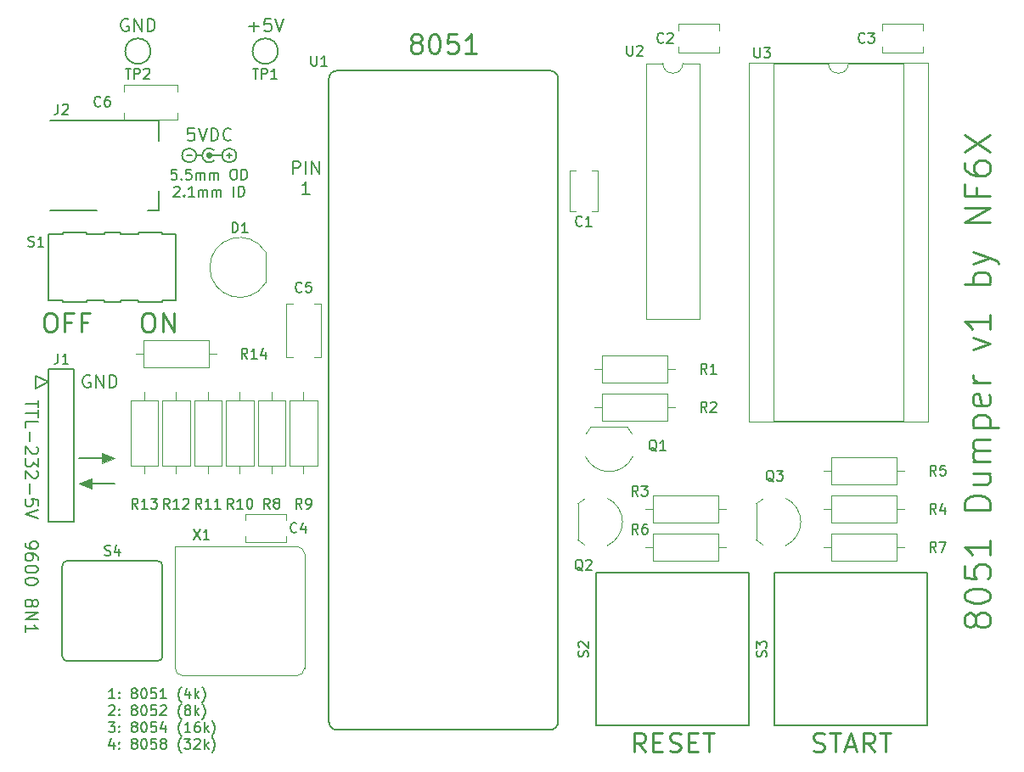
<source format=gbr>
%TF.GenerationSoftware,KiCad,Pcbnew,(5.1.4-0-10_14)*%
%TF.CreationDate,2020-04-13T14:17:21-07:00*%
%TF.ProjectId,8051dumper,38303531-6475-46d7-9065-722e6b696361,1*%
%TF.SameCoordinates,PX60e4b00PYc1c9600*%
%TF.FileFunction,Legend,Top*%
%TF.FilePolarity,Positive*%
%FSLAX46Y46*%
G04 Gerber Fmt 4.6, Leading zero omitted, Abs format (unit mm)*
G04 Created by KiCad (PCBNEW (5.1.4-0-10_14)) date 2020-04-13 14:17:21*
%MOMM*%
%LPD*%
G04 APERTURE LIST*
%ADD10C,0.152400*%
%ADD11C,0.254000*%
%ADD12C,0.150000*%
%ADD13C,0.100000*%
%ADD14C,0.120000*%
%ADD15C,0.127000*%
G04 APERTURE END LIST*
D10*
X16546285Y59306581D02*
X16062476Y59306581D01*
X16014095Y58822772D01*
X16062476Y58871153D01*
X16159238Y58919534D01*
X16401142Y58919534D01*
X16497904Y58871153D01*
X16546285Y58822772D01*
X16594666Y58726010D01*
X16594666Y58484105D01*
X16546285Y58387343D01*
X16497904Y58338962D01*
X16401142Y58290581D01*
X16159238Y58290581D01*
X16062476Y58338962D01*
X16014095Y58387343D01*
X17030095Y58387343D02*
X17078476Y58338962D01*
X17030095Y58290581D01*
X16981714Y58338962D01*
X17030095Y58387343D01*
X17030095Y58290581D01*
X17997714Y59306581D02*
X17513904Y59306581D01*
X17465523Y58822772D01*
X17513904Y58871153D01*
X17610666Y58919534D01*
X17852571Y58919534D01*
X17949333Y58871153D01*
X17997714Y58822772D01*
X18046095Y58726010D01*
X18046095Y58484105D01*
X17997714Y58387343D01*
X17949333Y58338962D01*
X17852571Y58290581D01*
X17610666Y58290581D01*
X17513904Y58338962D01*
X17465523Y58387343D01*
X18481523Y58290581D02*
X18481523Y58967915D01*
X18481523Y58871153D02*
X18529904Y58919534D01*
X18626666Y58967915D01*
X18771809Y58967915D01*
X18868571Y58919534D01*
X18916952Y58822772D01*
X18916952Y58290581D01*
X18916952Y58822772D02*
X18965333Y58919534D01*
X19062095Y58967915D01*
X19207238Y58967915D01*
X19304000Y58919534D01*
X19352380Y58822772D01*
X19352380Y58290581D01*
X19836190Y58290581D02*
X19836190Y58967915D01*
X19836190Y58871153D02*
X19884571Y58919534D01*
X19981333Y58967915D01*
X20126476Y58967915D01*
X20223238Y58919534D01*
X20271619Y58822772D01*
X20271619Y58290581D01*
X20271619Y58822772D02*
X20320000Y58919534D01*
X20416761Y58967915D01*
X20561904Y58967915D01*
X20658666Y58919534D01*
X20707047Y58822772D01*
X20707047Y58290581D01*
X22158476Y59306581D02*
X22352000Y59306581D01*
X22448761Y59258200D01*
X22545523Y59161439D01*
X22593904Y58967915D01*
X22593904Y58629248D01*
X22545523Y58435724D01*
X22448761Y58338962D01*
X22352000Y58290581D01*
X22158476Y58290581D01*
X22061714Y58338962D01*
X21964952Y58435724D01*
X21916571Y58629248D01*
X21916571Y58967915D01*
X21964952Y59161439D01*
X22061714Y59258200D01*
X22158476Y59306581D01*
X23029333Y58290581D02*
X23029333Y59306581D01*
X23271238Y59306581D01*
X23416380Y59258200D01*
X23513142Y59161439D01*
X23561523Y59064677D01*
X23609904Y58871153D01*
X23609904Y58726010D01*
X23561523Y58532486D01*
X23513142Y58435724D01*
X23416380Y58338962D01*
X23271238Y58290581D01*
X23029333Y58290581D01*
X16304380Y57533420D02*
X16352761Y57581800D01*
X16449523Y57630181D01*
X16691428Y57630181D01*
X16788190Y57581800D01*
X16836571Y57533420D01*
X16884952Y57436658D01*
X16884952Y57339896D01*
X16836571Y57194753D01*
X16256000Y56614181D01*
X16884952Y56614181D01*
X17320380Y56710943D02*
X17368761Y56662562D01*
X17320380Y56614181D01*
X17272000Y56662562D01*
X17320380Y56710943D01*
X17320380Y56614181D01*
X18336380Y56614181D02*
X17755809Y56614181D01*
X18046095Y56614181D02*
X18046095Y57630181D01*
X17949333Y57485039D01*
X17852571Y57388277D01*
X17755809Y57339896D01*
X18771809Y56614181D02*
X18771809Y57291515D01*
X18771809Y57194753D02*
X18820190Y57243134D01*
X18916952Y57291515D01*
X19062095Y57291515D01*
X19158857Y57243134D01*
X19207238Y57146372D01*
X19207238Y56614181D01*
X19207238Y57146372D02*
X19255619Y57243134D01*
X19352380Y57291515D01*
X19497523Y57291515D01*
X19594285Y57243134D01*
X19642666Y57146372D01*
X19642666Y56614181D01*
X20126476Y56614181D02*
X20126476Y57291515D01*
X20126476Y57194753D02*
X20174857Y57243134D01*
X20271619Y57291515D01*
X20416761Y57291515D01*
X20513523Y57243134D01*
X20561904Y57146372D01*
X20561904Y56614181D01*
X20561904Y57146372D02*
X20610285Y57243134D01*
X20707047Y57291515D01*
X20852190Y57291515D01*
X20948952Y57243134D01*
X20997333Y57146372D01*
X20997333Y56614181D01*
X22255238Y56614181D02*
X22255238Y57630181D01*
X22739047Y56614181D02*
X22739047Y57630181D01*
X22980952Y57630181D01*
X23126095Y57581800D01*
X23222857Y57485039D01*
X23271238Y57388277D01*
X23319619Y57194753D01*
X23319619Y57049610D01*
X23271238Y56856086D01*
X23222857Y56759324D01*
X23126095Y56662562D01*
X22980952Y56614181D01*
X22739047Y56614181D01*
X10398155Y6499981D02*
X9817583Y6499981D01*
X10107869Y6499981D02*
X10107869Y7515981D01*
X10011107Y7370839D01*
X9914345Y7274077D01*
X9817583Y7225696D01*
X10833583Y6596743D02*
X10881964Y6548362D01*
X10833583Y6499981D01*
X10785202Y6548362D01*
X10833583Y6596743D01*
X10833583Y6499981D01*
X10833583Y7128934D02*
X10881964Y7080553D01*
X10833583Y7032172D01*
X10785202Y7080553D01*
X10833583Y7128934D01*
X10833583Y7032172D01*
X12236631Y7080553D02*
X12139869Y7128934D01*
X12091488Y7177315D01*
X12043107Y7274077D01*
X12043107Y7322458D01*
X12091488Y7419220D01*
X12139869Y7467600D01*
X12236631Y7515981D01*
X12430155Y7515981D01*
X12526917Y7467600D01*
X12575298Y7419220D01*
X12623679Y7322458D01*
X12623679Y7274077D01*
X12575298Y7177315D01*
X12526917Y7128934D01*
X12430155Y7080553D01*
X12236631Y7080553D01*
X12139869Y7032172D01*
X12091488Y6983791D01*
X12043107Y6887029D01*
X12043107Y6693505D01*
X12091488Y6596743D01*
X12139869Y6548362D01*
X12236631Y6499981D01*
X12430155Y6499981D01*
X12526917Y6548362D01*
X12575298Y6596743D01*
X12623679Y6693505D01*
X12623679Y6887029D01*
X12575298Y6983791D01*
X12526917Y7032172D01*
X12430155Y7080553D01*
X13252631Y7515981D02*
X13349393Y7515981D01*
X13446155Y7467600D01*
X13494536Y7419220D01*
X13542917Y7322458D01*
X13591298Y7128934D01*
X13591298Y6887029D01*
X13542917Y6693505D01*
X13494536Y6596743D01*
X13446155Y6548362D01*
X13349393Y6499981D01*
X13252631Y6499981D01*
X13155869Y6548362D01*
X13107488Y6596743D01*
X13059107Y6693505D01*
X13010726Y6887029D01*
X13010726Y7128934D01*
X13059107Y7322458D01*
X13107488Y7419220D01*
X13155869Y7467600D01*
X13252631Y7515981D01*
X14510536Y7515981D02*
X14026726Y7515981D01*
X13978345Y7032172D01*
X14026726Y7080553D01*
X14123488Y7128934D01*
X14365393Y7128934D01*
X14462155Y7080553D01*
X14510536Y7032172D01*
X14558917Y6935410D01*
X14558917Y6693505D01*
X14510536Y6596743D01*
X14462155Y6548362D01*
X14365393Y6499981D01*
X14123488Y6499981D01*
X14026726Y6548362D01*
X13978345Y6596743D01*
X15526536Y6499981D02*
X14945964Y6499981D01*
X15236250Y6499981D02*
X15236250Y7515981D01*
X15139488Y7370839D01*
X15042726Y7274077D01*
X14945964Y7225696D01*
X17026345Y6112934D02*
X16977964Y6161315D01*
X16881202Y6306458D01*
X16832821Y6403220D01*
X16784440Y6548362D01*
X16736060Y6790267D01*
X16736060Y6983791D01*
X16784440Y7225696D01*
X16832821Y7370839D01*
X16881202Y7467600D01*
X16977964Y7612743D01*
X17026345Y7661124D01*
X17848821Y7177315D02*
X17848821Y6499981D01*
X17606917Y7564362D02*
X17365012Y6838648D01*
X17993964Y6838648D01*
X18381012Y6499981D02*
X18381012Y7515981D01*
X18477774Y6887029D02*
X18768060Y6499981D01*
X18768060Y7177315D02*
X18381012Y6790267D01*
X19106726Y6112934D02*
X19155107Y6161315D01*
X19251869Y6306458D01*
X19300250Y6403220D01*
X19348631Y6548362D01*
X19397012Y6790267D01*
X19397012Y6983791D01*
X19348631Y7225696D01*
X19300250Y7370839D01*
X19251869Y7467600D01*
X19155107Y7612743D01*
X19106726Y7661124D01*
X9817583Y5742820D02*
X9865964Y5791200D01*
X9962726Y5839581D01*
X10204631Y5839581D01*
X10301393Y5791200D01*
X10349774Y5742820D01*
X10398155Y5646058D01*
X10398155Y5549296D01*
X10349774Y5404153D01*
X9769202Y4823581D01*
X10398155Y4823581D01*
X10833583Y4920343D02*
X10881964Y4871962D01*
X10833583Y4823581D01*
X10785202Y4871962D01*
X10833583Y4920343D01*
X10833583Y4823581D01*
X10833583Y5452534D02*
X10881964Y5404153D01*
X10833583Y5355772D01*
X10785202Y5404153D01*
X10833583Y5452534D01*
X10833583Y5355772D01*
X12236631Y5404153D02*
X12139869Y5452534D01*
X12091488Y5500915D01*
X12043107Y5597677D01*
X12043107Y5646058D01*
X12091488Y5742820D01*
X12139869Y5791200D01*
X12236631Y5839581D01*
X12430155Y5839581D01*
X12526917Y5791200D01*
X12575298Y5742820D01*
X12623679Y5646058D01*
X12623679Y5597677D01*
X12575298Y5500915D01*
X12526917Y5452534D01*
X12430155Y5404153D01*
X12236631Y5404153D01*
X12139869Y5355772D01*
X12091488Y5307391D01*
X12043107Y5210629D01*
X12043107Y5017105D01*
X12091488Y4920343D01*
X12139869Y4871962D01*
X12236631Y4823581D01*
X12430155Y4823581D01*
X12526917Y4871962D01*
X12575298Y4920343D01*
X12623679Y5017105D01*
X12623679Y5210629D01*
X12575298Y5307391D01*
X12526917Y5355772D01*
X12430155Y5404153D01*
X13252631Y5839581D02*
X13349393Y5839581D01*
X13446155Y5791200D01*
X13494536Y5742820D01*
X13542917Y5646058D01*
X13591298Y5452534D01*
X13591298Y5210629D01*
X13542917Y5017105D01*
X13494536Y4920343D01*
X13446155Y4871962D01*
X13349393Y4823581D01*
X13252631Y4823581D01*
X13155869Y4871962D01*
X13107488Y4920343D01*
X13059107Y5017105D01*
X13010726Y5210629D01*
X13010726Y5452534D01*
X13059107Y5646058D01*
X13107488Y5742820D01*
X13155869Y5791200D01*
X13252631Y5839581D01*
X14510536Y5839581D02*
X14026726Y5839581D01*
X13978345Y5355772D01*
X14026726Y5404153D01*
X14123488Y5452534D01*
X14365393Y5452534D01*
X14462155Y5404153D01*
X14510536Y5355772D01*
X14558917Y5259010D01*
X14558917Y5017105D01*
X14510536Y4920343D01*
X14462155Y4871962D01*
X14365393Y4823581D01*
X14123488Y4823581D01*
X14026726Y4871962D01*
X13978345Y4920343D01*
X14945964Y5742820D02*
X14994345Y5791200D01*
X15091107Y5839581D01*
X15333012Y5839581D01*
X15429774Y5791200D01*
X15478155Y5742820D01*
X15526536Y5646058D01*
X15526536Y5549296D01*
X15478155Y5404153D01*
X14897583Y4823581D01*
X15526536Y4823581D01*
X17026345Y4436534D02*
X16977964Y4484915D01*
X16881202Y4630058D01*
X16832821Y4726820D01*
X16784440Y4871962D01*
X16736060Y5113867D01*
X16736060Y5307391D01*
X16784440Y5549296D01*
X16832821Y5694439D01*
X16881202Y5791200D01*
X16977964Y5936343D01*
X17026345Y5984724D01*
X17558536Y5404153D02*
X17461774Y5452534D01*
X17413393Y5500915D01*
X17365012Y5597677D01*
X17365012Y5646058D01*
X17413393Y5742820D01*
X17461774Y5791200D01*
X17558536Y5839581D01*
X17752060Y5839581D01*
X17848821Y5791200D01*
X17897202Y5742820D01*
X17945583Y5646058D01*
X17945583Y5597677D01*
X17897202Y5500915D01*
X17848821Y5452534D01*
X17752060Y5404153D01*
X17558536Y5404153D01*
X17461774Y5355772D01*
X17413393Y5307391D01*
X17365012Y5210629D01*
X17365012Y5017105D01*
X17413393Y4920343D01*
X17461774Y4871962D01*
X17558536Y4823581D01*
X17752060Y4823581D01*
X17848821Y4871962D01*
X17897202Y4920343D01*
X17945583Y5017105D01*
X17945583Y5210629D01*
X17897202Y5307391D01*
X17848821Y5355772D01*
X17752060Y5404153D01*
X18381012Y4823581D02*
X18381012Y5839581D01*
X18477774Y5210629D02*
X18768060Y4823581D01*
X18768060Y5500915D02*
X18381012Y5113867D01*
X19106726Y4436534D02*
X19155107Y4484915D01*
X19251869Y4630058D01*
X19300250Y4726820D01*
X19348631Y4871962D01*
X19397012Y5113867D01*
X19397012Y5307391D01*
X19348631Y5549296D01*
X19300250Y5694439D01*
X19251869Y5791200D01*
X19155107Y5936343D01*
X19106726Y5984724D01*
X9769202Y4163181D02*
X10398155Y4163181D01*
X10059488Y3776134D01*
X10204631Y3776134D01*
X10301393Y3727753D01*
X10349774Y3679372D01*
X10398155Y3582610D01*
X10398155Y3340705D01*
X10349774Y3243943D01*
X10301393Y3195562D01*
X10204631Y3147181D01*
X9914345Y3147181D01*
X9817583Y3195562D01*
X9769202Y3243943D01*
X10833583Y3243943D02*
X10881964Y3195562D01*
X10833583Y3147181D01*
X10785202Y3195562D01*
X10833583Y3243943D01*
X10833583Y3147181D01*
X10833583Y3776134D02*
X10881964Y3727753D01*
X10833583Y3679372D01*
X10785202Y3727753D01*
X10833583Y3776134D01*
X10833583Y3679372D01*
X12236631Y3727753D02*
X12139869Y3776134D01*
X12091488Y3824515D01*
X12043107Y3921277D01*
X12043107Y3969658D01*
X12091488Y4066420D01*
X12139869Y4114800D01*
X12236631Y4163181D01*
X12430155Y4163181D01*
X12526917Y4114800D01*
X12575298Y4066420D01*
X12623679Y3969658D01*
X12623679Y3921277D01*
X12575298Y3824515D01*
X12526917Y3776134D01*
X12430155Y3727753D01*
X12236631Y3727753D01*
X12139869Y3679372D01*
X12091488Y3630991D01*
X12043107Y3534229D01*
X12043107Y3340705D01*
X12091488Y3243943D01*
X12139869Y3195562D01*
X12236631Y3147181D01*
X12430155Y3147181D01*
X12526917Y3195562D01*
X12575298Y3243943D01*
X12623679Y3340705D01*
X12623679Y3534229D01*
X12575298Y3630991D01*
X12526917Y3679372D01*
X12430155Y3727753D01*
X13252631Y4163181D02*
X13349393Y4163181D01*
X13446155Y4114800D01*
X13494536Y4066420D01*
X13542917Y3969658D01*
X13591298Y3776134D01*
X13591298Y3534229D01*
X13542917Y3340705D01*
X13494536Y3243943D01*
X13446155Y3195562D01*
X13349393Y3147181D01*
X13252631Y3147181D01*
X13155869Y3195562D01*
X13107488Y3243943D01*
X13059107Y3340705D01*
X13010726Y3534229D01*
X13010726Y3776134D01*
X13059107Y3969658D01*
X13107488Y4066420D01*
X13155869Y4114800D01*
X13252631Y4163181D01*
X14510536Y4163181D02*
X14026726Y4163181D01*
X13978345Y3679372D01*
X14026726Y3727753D01*
X14123488Y3776134D01*
X14365393Y3776134D01*
X14462155Y3727753D01*
X14510536Y3679372D01*
X14558917Y3582610D01*
X14558917Y3340705D01*
X14510536Y3243943D01*
X14462155Y3195562D01*
X14365393Y3147181D01*
X14123488Y3147181D01*
X14026726Y3195562D01*
X13978345Y3243943D01*
X15429774Y3824515D02*
X15429774Y3147181D01*
X15187869Y4211562D02*
X14945964Y3485848D01*
X15574917Y3485848D01*
X17026345Y2760134D02*
X16977964Y2808515D01*
X16881202Y2953658D01*
X16832821Y3050420D01*
X16784440Y3195562D01*
X16736060Y3437467D01*
X16736060Y3630991D01*
X16784440Y3872896D01*
X16832821Y4018039D01*
X16881202Y4114800D01*
X16977964Y4259943D01*
X17026345Y4308324D01*
X17945583Y3147181D02*
X17365012Y3147181D01*
X17655298Y3147181D02*
X17655298Y4163181D01*
X17558536Y4018039D01*
X17461774Y3921277D01*
X17365012Y3872896D01*
X18816440Y4163181D02*
X18622917Y4163181D01*
X18526155Y4114800D01*
X18477774Y4066420D01*
X18381012Y3921277D01*
X18332631Y3727753D01*
X18332631Y3340705D01*
X18381012Y3243943D01*
X18429393Y3195562D01*
X18526155Y3147181D01*
X18719679Y3147181D01*
X18816440Y3195562D01*
X18864821Y3243943D01*
X18913202Y3340705D01*
X18913202Y3582610D01*
X18864821Y3679372D01*
X18816440Y3727753D01*
X18719679Y3776134D01*
X18526155Y3776134D01*
X18429393Y3727753D01*
X18381012Y3679372D01*
X18332631Y3582610D01*
X19348631Y3147181D02*
X19348631Y4163181D01*
X19445393Y3534229D02*
X19735679Y3147181D01*
X19735679Y3824515D02*
X19348631Y3437467D01*
X20074345Y2760134D02*
X20122726Y2808515D01*
X20219488Y2953658D01*
X20267869Y3050420D01*
X20316250Y3195562D01*
X20364631Y3437467D01*
X20364631Y3630991D01*
X20316250Y3872896D01*
X20267869Y4018039D01*
X20219488Y4114800D01*
X20122726Y4259943D01*
X20074345Y4308324D01*
X10301393Y2148115D02*
X10301393Y1470781D01*
X10059488Y2535162D02*
X9817583Y1809448D01*
X10446536Y1809448D01*
X10833583Y1567543D02*
X10881964Y1519162D01*
X10833583Y1470781D01*
X10785202Y1519162D01*
X10833583Y1567543D01*
X10833583Y1470781D01*
X10833583Y2099734D02*
X10881964Y2051353D01*
X10833583Y2002972D01*
X10785202Y2051353D01*
X10833583Y2099734D01*
X10833583Y2002972D01*
X12236631Y2051353D02*
X12139869Y2099734D01*
X12091488Y2148115D01*
X12043107Y2244877D01*
X12043107Y2293258D01*
X12091488Y2390020D01*
X12139869Y2438400D01*
X12236631Y2486781D01*
X12430155Y2486781D01*
X12526917Y2438400D01*
X12575298Y2390020D01*
X12623679Y2293258D01*
X12623679Y2244877D01*
X12575298Y2148115D01*
X12526917Y2099734D01*
X12430155Y2051353D01*
X12236631Y2051353D01*
X12139869Y2002972D01*
X12091488Y1954591D01*
X12043107Y1857829D01*
X12043107Y1664305D01*
X12091488Y1567543D01*
X12139869Y1519162D01*
X12236631Y1470781D01*
X12430155Y1470781D01*
X12526917Y1519162D01*
X12575298Y1567543D01*
X12623679Y1664305D01*
X12623679Y1857829D01*
X12575298Y1954591D01*
X12526917Y2002972D01*
X12430155Y2051353D01*
X13252631Y2486781D02*
X13349393Y2486781D01*
X13446155Y2438400D01*
X13494536Y2390020D01*
X13542917Y2293258D01*
X13591298Y2099734D01*
X13591298Y1857829D01*
X13542917Y1664305D01*
X13494536Y1567543D01*
X13446155Y1519162D01*
X13349393Y1470781D01*
X13252631Y1470781D01*
X13155869Y1519162D01*
X13107488Y1567543D01*
X13059107Y1664305D01*
X13010726Y1857829D01*
X13010726Y2099734D01*
X13059107Y2293258D01*
X13107488Y2390020D01*
X13155869Y2438400D01*
X13252631Y2486781D01*
X14510536Y2486781D02*
X14026726Y2486781D01*
X13978345Y2002972D01*
X14026726Y2051353D01*
X14123488Y2099734D01*
X14365393Y2099734D01*
X14462155Y2051353D01*
X14510536Y2002972D01*
X14558917Y1906210D01*
X14558917Y1664305D01*
X14510536Y1567543D01*
X14462155Y1519162D01*
X14365393Y1470781D01*
X14123488Y1470781D01*
X14026726Y1519162D01*
X13978345Y1567543D01*
X15139488Y2051353D02*
X15042726Y2099734D01*
X14994345Y2148115D01*
X14945964Y2244877D01*
X14945964Y2293258D01*
X14994345Y2390020D01*
X15042726Y2438400D01*
X15139488Y2486781D01*
X15333012Y2486781D01*
X15429774Y2438400D01*
X15478155Y2390020D01*
X15526536Y2293258D01*
X15526536Y2244877D01*
X15478155Y2148115D01*
X15429774Y2099734D01*
X15333012Y2051353D01*
X15139488Y2051353D01*
X15042726Y2002972D01*
X14994345Y1954591D01*
X14945964Y1857829D01*
X14945964Y1664305D01*
X14994345Y1567543D01*
X15042726Y1519162D01*
X15139488Y1470781D01*
X15333012Y1470781D01*
X15429774Y1519162D01*
X15478155Y1567543D01*
X15526536Y1664305D01*
X15526536Y1857829D01*
X15478155Y1954591D01*
X15429774Y2002972D01*
X15333012Y2051353D01*
X17026345Y1083734D02*
X16977964Y1132115D01*
X16881202Y1277258D01*
X16832821Y1374020D01*
X16784440Y1519162D01*
X16736060Y1761067D01*
X16736060Y1954591D01*
X16784440Y2196496D01*
X16832821Y2341639D01*
X16881202Y2438400D01*
X16977964Y2583543D01*
X17026345Y2631924D01*
X17316631Y2486781D02*
X17945583Y2486781D01*
X17606917Y2099734D01*
X17752060Y2099734D01*
X17848821Y2051353D01*
X17897202Y2002972D01*
X17945583Y1906210D01*
X17945583Y1664305D01*
X17897202Y1567543D01*
X17848821Y1519162D01*
X17752060Y1470781D01*
X17461774Y1470781D01*
X17365012Y1519162D01*
X17316631Y1567543D01*
X18332631Y2390020D02*
X18381012Y2438400D01*
X18477774Y2486781D01*
X18719679Y2486781D01*
X18816440Y2438400D01*
X18864821Y2390020D01*
X18913202Y2293258D01*
X18913202Y2196496D01*
X18864821Y2051353D01*
X18284250Y1470781D01*
X18913202Y1470781D01*
X19348631Y1470781D02*
X19348631Y2486781D01*
X19445393Y1857829D02*
X19735679Y1470781D01*
X19735679Y2148115D02*
X19348631Y1761067D01*
X20074345Y1083734D02*
X20122726Y1132115D01*
X20219488Y1277258D01*
X20267869Y1374020D01*
X20316250Y1519162D01*
X20364631Y1761067D01*
X20364631Y1954591D01*
X20316250Y2196496D01*
X20267869Y2341639D01*
X20219488Y2438400D01*
X20122726Y2583543D01*
X20074345Y2631924D01*
D11*
X3773714Y44985215D02*
X4136571Y44985215D01*
X4318000Y44894500D01*
X4499428Y44713072D01*
X4590142Y44350215D01*
X4590142Y43715215D01*
X4499428Y43352358D01*
X4318000Y43170929D01*
X4136571Y43080215D01*
X3773714Y43080215D01*
X3592285Y43170929D01*
X3410857Y43352358D01*
X3320142Y43715215D01*
X3320142Y44350215D01*
X3410857Y44713072D01*
X3592285Y44894500D01*
X3773714Y44985215D01*
X6041571Y44078072D02*
X5406571Y44078072D01*
X5406571Y43080215D02*
X5406571Y44985215D01*
X6313714Y44985215D01*
X7674428Y44078072D02*
X7039428Y44078072D01*
X7039428Y43080215D02*
X7039428Y44985215D01*
X7946571Y44985215D01*
X13552714Y44985215D02*
X13915571Y44985215D01*
X14097000Y44894500D01*
X14278428Y44713072D01*
X14369142Y44350215D01*
X14369142Y43715215D01*
X14278428Y43352358D01*
X14097000Y43170929D01*
X13915571Y43080215D01*
X13552714Y43080215D01*
X13371285Y43170929D01*
X13189857Y43352358D01*
X13099142Y43715215D01*
X13099142Y44350215D01*
X13189857Y44713072D01*
X13371285Y44894500D01*
X13552714Y44985215D01*
X15185571Y43080215D02*
X15185571Y44985215D01*
X16274142Y43080215D01*
X16274142Y44985215D01*
D10*
X28163761Y58874177D02*
X28163761Y60144177D01*
X28647571Y60144177D01*
X28768523Y60083700D01*
X28829000Y60023224D01*
X28889476Y59902272D01*
X28889476Y59720843D01*
X28829000Y59599891D01*
X28768523Y59539415D01*
X28647571Y59478939D01*
X28163761Y59478939D01*
X29433761Y58874177D02*
X29433761Y60144177D01*
X30038523Y58874177D02*
X30038523Y60144177D01*
X30764238Y58874177D01*
X30764238Y60144177D01*
X29826857Y56816777D02*
X29101142Y56816777D01*
X29464000Y56816777D02*
X29464000Y58086777D01*
X29343047Y57905348D01*
X29222095Y57784396D01*
X29101142Y57723920D01*
X18300095Y63433477D02*
X17695333Y63433477D01*
X17634857Y62828715D01*
X17695333Y62889191D01*
X17816285Y62949667D01*
X18118666Y62949667D01*
X18239619Y62889191D01*
X18300095Y62828715D01*
X18360571Y62707762D01*
X18360571Y62405381D01*
X18300095Y62284429D01*
X18239619Y62223953D01*
X18118666Y62163477D01*
X17816285Y62163477D01*
X17695333Y62223953D01*
X17634857Y62284429D01*
X18723428Y63433477D02*
X19146761Y62163477D01*
X19570095Y63433477D01*
X19993428Y62163477D02*
X19993428Y63433477D01*
X20295809Y63433477D01*
X20477238Y63373000D01*
X20598190Y63252048D01*
X20658666Y63131096D01*
X20719142Y62889191D01*
X20719142Y62707762D01*
X20658666Y62465858D01*
X20598190Y62344905D01*
X20477238Y62223953D01*
X20295809Y62163477D01*
X19993428Y62163477D01*
X21989142Y62284429D02*
X21928666Y62223953D01*
X21747238Y62163477D01*
X21626285Y62163477D01*
X21444857Y62223953D01*
X21323904Y62344905D01*
X21263428Y62465858D01*
X21202952Y62707762D01*
X21202952Y62889191D01*
X21263428Y63131096D01*
X21323904Y63252048D01*
X21444857Y63373000D01*
X21626285Y63433477D01*
X21747238Y63433477D01*
X21928666Y63373000D01*
X21989142Y63312524D01*
X11732380Y74295000D02*
X11611428Y74355477D01*
X11430000Y74355477D01*
X11248571Y74295000D01*
X11127619Y74174048D01*
X11067142Y74053096D01*
X11006666Y73811191D01*
X11006666Y73629762D01*
X11067142Y73387858D01*
X11127619Y73266905D01*
X11248571Y73145953D01*
X11430000Y73085477D01*
X11550952Y73085477D01*
X11732380Y73145953D01*
X11792857Y73206429D01*
X11792857Y73629762D01*
X11550952Y73629762D01*
X12337142Y73085477D02*
X12337142Y74355477D01*
X13062857Y73085477D01*
X13062857Y74355477D01*
X13667619Y73085477D02*
X13667619Y74355477D01*
X13970000Y74355477D01*
X14151428Y74295000D01*
X14272380Y74174048D01*
X14332857Y74053096D01*
X14393333Y73811191D01*
X14393333Y73629762D01*
X14332857Y73387858D01*
X14272380Y73266905D01*
X14151428Y73145953D01*
X13970000Y73085477D01*
X13667619Y73085477D01*
X23767142Y73569286D02*
X24734761Y73569286D01*
X24250952Y73085477D02*
X24250952Y74053096D01*
X25944285Y74355477D02*
X25339523Y74355477D01*
X25279047Y73750715D01*
X25339523Y73811191D01*
X25460476Y73871667D01*
X25762857Y73871667D01*
X25883809Y73811191D01*
X25944285Y73750715D01*
X26004761Y73629762D01*
X26004761Y73327381D01*
X25944285Y73206429D01*
X25883809Y73145953D01*
X25762857Y73085477D01*
X25460476Y73085477D01*
X25339523Y73145953D01*
X25279047Y73206429D01*
X26367619Y74355477D02*
X26790952Y73085477D01*
X27214285Y74355477D01*
X7922380Y38735000D02*
X7801428Y38795477D01*
X7620000Y38795477D01*
X7438571Y38735000D01*
X7317619Y38614048D01*
X7257142Y38493096D01*
X7196666Y38251191D01*
X7196666Y38069762D01*
X7257142Y37827858D01*
X7317619Y37706905D01*
X7438571Y37585953D01*
X7620000Y37525477D01*
X7740952Y37525477D01*
X7922380Y37585953D01*
X7982857Y37646429D01*
X7982857Y38069762D01*
X7740952Y38069762D01*
X8527142Y37525477D02*
X8527142Y38795477D01*
X9252857Y37525477D01*
X9252857Y38795477D01*
X9857619Y37525477D02*
X9857619Y38795477D01*
X10160000Y38795477D01*
X10341428Y38735000D01*
X10462380Y38614048D01*
X10522857Y38493096D01*
X10583333Y38251191D01*
X10583333Y38069762D01*
X10522857Y37827858D01*
X10462380Y37706905D01*
X10341428Y37585953D01*
X10160000Y37525477D01*
X9857619Y37525477D01*
X2727476Y36279667D02*
X2727476Y35553953D01*
X1457476Y35916810D02*
X2727476Y35916810D01*
X2727476Y35312048D02*
X2727476Y34586334D01*
X1457476Y34949191D02*
X2727476Y34949191D01*
X1457476Y33558239D02*
X1457476Y34163000D01*
X2727476Y34163000D01*
X1941285Y33134905D02*
X1941285Y32167286D01*
X2606523Y31623000D02*
X2667000Y31562524D01*
X2727476Y31441572D01*
X2727476Y31139191D01*
X2667000Y31018239D01*
X2606523Y30957762D01*
X2485571Y30897286D01*
X2364619Y30897286D01*
X2183190Y30957762D01*
X1457476Y31683477D01*
X1457476Y30897286D01*
X2727476Y30473953D02*
X2727476Y29687762D01*
X2243666Y30111096D01*
X2243666Y29929667D01*
X2183190Y29808715D01*
X2122714Y29748239D01*
X2001761Y29687762D01*
X1699380Y29687762D01*
X1578428Y29748239D01*
X1517952Y29808715D01*
X1457476Y29929667D01*
X1457476Y30292524D01*
X1517952Y30413477D01*
X1578428Y30473953D01*
X2606523Y29203953D02*
X2667000Y29143477D01*
X2727476Y29022524D01*
X2727476Y28720143D01*
X2667000Y28599191D01*
X2606523Y28538715D01*
X2485571Y28478239D01*
X2364619Y28478239D01*
X2183190Y28538715D01*
X1457476Y29264429D01*
X1457476Y28478239D01*
X1941285Y27933953D02*
X1941285Y26966334D01*
X2727476Y25756810D02*
X2727476Y26361572D01*
X2122714Y26422048D01*
X2183190Y26361572D01*
X2243666Y26240620D01*
X2243666Y25938239D01*
X2183190Y25817286D01*
X2122714Y25756810D01*
X2001761Y25696334D01*
X1699380Y25696334D01*
X1578428Y25756810D01*
X1517952Y25817286D01*
X1457476Y25938239D01*
X1457476Y26240620D01*
X1517952Y26361572D01*
X1578428Y26422048D01*
X2727476Y25333477D02*
X1457476Y24910143D01*
X2727476Y24486810D01*
X1457476Y22067762D02*
X1457476Y21825858D01*
X1517952Y21704905D01*
X1578428Y21644429D01*
X1759857Y21523477D01*
X2001761Y21463000D01*
X2485571Y21463000D01*
X2606523Y21523477D01*
X2667000Y21583953D01*
X2727476Y21704905D01*
X2727476Y21946810D01*
X2667000Y22067762D01*
X2606523Y22128239D01*
X2485571Y22188715D01*
X2183190Y22188715D01*
X2062238Y22128239D01*
X2001761Y22067762D01*
X1941285Y21946810D01*
X1941285Y21704905D01*
X2001761Y21583953D01*
X2062238Y21523477D01*
X2183190Y21463000D01*
X2727476Y20374429D02*
X2727476Y20616334D01*
X2667000Y20737286D01*
X2606523Y20797762D01*
X2425095Y20918715D01*
X2183190Y20979191D01*
X1699380Y20979191D01*
X1578428Y20918715D01*
X1517952Y20858239D01*
X1457476Y20737286D01*
X1457476Y20495381D01*
X1517952Y20374429D01*
X1578428Y20313953D01*
X1699380Y20253477D01*
X2001761Y20253477D01*
X2122714Y20313953D01*
X2183190Y20374429D01*
X2243666Y20495381D01*
X2243666Y20737286D01*
X2183190Y20858239D01*
X2122714Y20918715D01*
X2001761Y20979191D01*
X2727476Y19467286D02*
X2727476Y19346334D01*
X2667000Y19225381D01*
X2606523Y19164905D01*
X2485571Y19104429D01*
X2243666Y19043953D01*
X1941285Y19043953D01*
X1699380Y19104429D01*
X1578428Y19164905D01*
X1517952Y19225381D01*
X1457476Y19346334D01*
X1457476Y19467286D01*
X1517952Y19588239D01*
X1578428Y19648715D01*
X1699380Y19709191D01*
X1941285Y19769667D01*
X2243666Y19769667D01*
X2485571Y19709191D01*
X2606523Y19648715D01*
X2667000Y19588239D01*
X2727476Y19467286D01*
X2727476Y18257762D02*
X2727476Y18136810D01*
X2667000Y18015858D01*
X2606523Y17955381D01*
X2485571Y17894905D01*
X2243666Y17834429D01*
X1941285Y17834429D01*
X1699380Y17894905D01*
X1578428Y17955381D01*
X1517952Y18015858D01*
X1457476Y18136810D01*
X1457476Y18257762D01*
X1517952Y18378715D01*
X1578428Y18439191D01*
X1699380Y18499667D01*
X1941285Y18560143D01*
X2243666Y18560143D01*
X2485571Y18499667D01*
X2606523Y18439191D01*
X2667000Y18378715D01*
X2727476Y18257762D01*
X2183190Y16141096D02*
X2243666Y16262048D01*
X2304142Y16322524D01*
X2425095Y16383000D01*
X2485571Y16383000D01*
X2606523Y16322524D01*
X2667000Y16262048D01*
X2727476Y16141096D01*
X2727476Y15899191D01*
X2667000Y15778239D01*
X2606523Y15717762D01*
X2485571Y15657286D01*
X2425095Y15657286D01*
X2304142Y15717762D01*
X2243666Y15778239D01*
X2183190Y15899191D01*
X2183190Y16141096D01*
X2122714Y16262048D01*
X2062238Y16322524D01*
X1941285Y16383000D01*
X1699380Y16383000D01*
X1578428Y16322524D01*
X1517952Y16262048D01*
X1457476Y16141096D01*
X1457476Y15899191D01*
X1517952Y15778239D01*
X1578428Y15717762D01*
X1699380Y15657286D01*
X1941285Y15657286D01*
X2062238Y15717762D01*
X2122714Y15778239D01*
X2183190Y15899191D01*
X1457476Y15113000D02*
X2727476Y15113000D01*
X1457476Y14387286D01*
X2727476Y14387286D01*
X1457476Y13117286D02*
X1457476Y13843000D01*
X1457476Y13480143D02*
X2727476Y13480143D01*
X2546047Y13601096D01*
X2425095Y13722048D01*
X2364619Y13843000D01*
D12*
X10414000Y27940000D02*
X8128000Y27940000D01*
D13*
G36*
X8128000Y27432000D02*
G01*
X6858000Y27940000D01*
X8128000Y28448000D01*
X8128000Y27432000D01*
G37*
X8128000Y27432000D02*
X6858000Y27940000D01*
X8128000Y28448000D01*
X8128000Y27432000D01*
G36*
X10414000Y30480000D02*
G01*
X9144000Y29972000D01*
X9144000Y30988000D01*
X10414000Y30480000D01*
G37*
X10414000Y30480000D02*
X9144000Y29972000D01*
X9144000Y30988000D01*
X10414000Y30480000D01*
D12*
X6858000Y30480000D02*
X9144000Y30480000D01*
D11*
X40277142Y71981786D02*
X40095714Y72072500D01*
X40005000Y72163215D01*
X39914285Y72344643D01*
X39914285Y72435358D01*
X40005000Y72616786D01*
X40095714Y72707500D01*
X40277142Y72798215D01*
X40640000Y72798215D01*
X40821428Y72707500D01*
X40912142Y72616786D01*
X41002857Y72435358D01*
X41002857Y72344643D01*
X40912142Y72163215D01*
X40821428Y72072500D01*
X40640000Y71981786D01*
X40277142Y71981786D01*
X40095714Y71891072D01*
X40005000Y71800358D01*
X39914285Y71618929D01*
X39914285Y71256072D01*
X40005000Y71074643D01*
X40095714Y70983929D01*
X40277142Y70893215D01*
X40640000Y70893215D01*
X40821428Y70983929D01*
X40912142Y71074643D01*
X41002857Y71256072D01*
X41002857Y71618929D01*
X40912142Y71800358D01*
X40821428Y71891072D01*
X40640000Y71981786D01*
X42182142Y72798215D02*
X42363571Y72798215D01*
X42545000Y72707500D01*
X42635714Y72616786D01*
X42726428Y72435358D01*
X42817142Y72072500D01*
X42817142Y71618929D01*
X42726428Y71256072D01*
X42635714Y71074643D01*
X42545000Y70983929D01*
X42363571Y70893215D01*
X42182142Y70893215D01*
X42000714Y70983929D01*
X41910000Y71074643D01*
X41819285Y71256072D01*
X41728571Y71618929D01*
X41728571Y72072500D01*
X41819285Y72435358D01*
X41910000Y72616786D01*
X42000714Y72707500D01*
X42182142Y72798215D01*
X44540714Y72798215D02*
X43633571Y72798215D01*
X43542857Y71891072D01*
X43633571Y71981786D01*
X43815000Y72072500D01*
X44268571Y72072500D01*
X44450000Y71981786D01*
X44540714Y71891072D01*
X44631428Y71709643D01*
X44631428Y71256072D01*
X44540714Y71074643D01*
X44450000Y70983929D01*
X44268571Y70893215D01*
X43815000Y70893215D01*
X43633571Y70983929D01*
X43542857Y71074643D01*
X46445714Y70893215D02*
X45357142Y70893215D01*
X45901428Y70893215D02*
X45901428Y72798215D01*
X45720000Y72526072D01*
X45538571Y72344643D01*
X45357142Y72253929D01*
X96217619Y14090953D02*
X96096666Y13849048D01*
X95975714Y13728096D01*
X95733809Y13607143D01*
X95612857Y13607143D01*
X95370952Y13728096D01*
X95250000Y13849048D01*
X95129047Y14090953D01*
X95129047Y14574762D01*
X95250000Y14816667D01*
X95370952Y14937620D01*
X95612857Y15058572D01*
X95733809Y15058572D01*
X95975714Y14937620D01*
X96096666Y14816667D01*
X96217619Y14574762D01*
X96217619Y14090953D01*
X96338571Y13849048D01*
X96459523Y13728096D01*
X96701428Y13607143D01*
X97185238Y13607143D01*
X97427142Y13728096D01*
X97548095Y13849048D01*
X97669047Y14090953D01*
X97669047Y14574762D01*
X97548095Y14816667D01*
X97427142Y14937620D01*
X97185238Y15058572D01*
X96701428Y15058572D01*
X96459523Y14937620D01*
X96338571Y14816667D01*
X96217619Y14574762D01*
X95129047Y16630953D02*
X95129047Y16872858D01*
X95250000Y17114762D01*
X95370952Y17235715D01*
X95612857Y17356667D01*
X96096666Y17477620D01*
X96701428Y17477620D01*
X97185238Y17356667D01*
X97427142Y17235715D01*
X97548095Y17114762D01*
X97669047Y16872858D01*
X97669047Y16630953D01*
X97548095Y16389048D01*
X97427142Y16268096D01*
X97185238Y16147143D01*
X96701428Y16026191D01*
X96096666Y16026191D01*
X95612857Y16147143D01*
X95370952Y16268096D01*
X95250000Y16389048D01*
X95129047Y16630953D01*
X95129047Y19775715D02*
X95129047Y18566191D01*
X96338571Y18445239D01*
X96217619Y18566191D01*
X96096666Y18808096D01*
X96096666Y19412858D01*
X96217619Y19654762D01*
X96338571Y19775715D01*
X96580476Y19896667D01*
X97185238Y19896667D01*
X97427142Y19775715D01*
X97548095Y19654762D01*
X97669047Y19412858D01*
X97669047Y18808096D01*
X97548095Y18566191D01*
X97427142Y18445239D01*
X97669047Y22315715D02*
X97669047Y20864286D01*
X97669047Y21590000D02*
X95129047Y21590000D01*
X95491904Y21348096D01*
X95733809Y21106191D01*
X95854761Y20864286D01*
X97669047Y25339524D02*
X95129047Y25339524D01*
X95129047Y25944286D01*
X95250000Y26307143D01*
X95491904Y26549048D01*
X95733809Y26670000D01*
X96217619Y26790953D01*
X96580476Y26790953D01*
X97064285Y26670000D01*
X97306190Y26549048D01*
X97548095Y26307143D01*
X97669047Y25944286D01*
X97669047Y25339524D01*
X95975714Y28968096D02*
X97669047Y28968096D01*
X95975714Y27879524D02*
X97306190Y27879524D01*
X97548095Y28000477D01*
X97669047Y28242381D01*
X97669047Y28605239D01*
X97548095Y28847143D01*
X97427142Y28968096D01*
X97669047Y30177620D02*
X95975714Y30177620D01*
X96217619Y30177620D02*
X96096666Y30298572D01*
X95975714Y30540477D01*
X95975714Y30903334D01*
X96096666Y31145239D01*
X96338571Y31266191D01*
X97669047Y31266191D01*
X96338571Y31266191D02*
X96096666Y31387143D01*
X95975714Y31629048D01*
X95975714Y31991905D01*
X96096666Y32233810D01*
X96338571Y32354762D01*
X97669047Y32354762D01*
X95975714Y33564286D02*
X98515714Y33564286D01*
X96096666Y33564286D02*
X95975714Y33806191D01*
X95975714Y34290000D01*
X96096666Y34531905D01*
X96217619Y34652858D01*
X96459523Y34773810D01*
X97185238Y34773810D01*
X97427142Y34652858D01*
X97548095Y34531905D01*
X97669047Y34290000D01*
X97669047Y33806191D01*
X97548095Y33564286D01*
X97548095Y36830000D02*
X97669047Y36588096D01*
X97669047Y36104286D01*
X97548095Y35862381D01*
X97306190Y35741429D01*
X96338571Y35741429D01*
X96096666Y35862381D01*
X95975714Y36104286D01*
X95975714Y36588096D01*
X96096666Y36830000D01*
X96338571Y36950953D01*
X96580476Y36950953D01*
X96822380Y35741429D01*
X97669047Y38039524D02*
X95975714Y38039524D01*
X96459523Y38039524D02*
X96217619Y38160477D01*
X96096666Y38281429D01*
X95975714Y38523334D01*
X95975714Y38765239D01*
X95975714Y41305239D02*
X97669047Y41910000D01*
X95975714Y42514762D01*
X97669047Y44812858D02*
X97669047Y43361429D01*
X97669047Y44087143D02*
X95129047Y44087143D01*
X95491904Y43845239D01*
X95733809Y43603334D01*
X95854761Y43361429D01*
X97669047Y47836667D02*
X95129047Y47836667D01*
X96096666Y47836667D02*
X95975714Y48078572D01*
X95975714Y48562381D01*
X96096666Y48804286D01*
X96217619Y48925239D01*
X96459523Y49046191D01*
X97185238Y49046191D01*
X97427142Y48925239D01*
X97548095Y48804286D01*
X97669047Y48562381D01*
X97669047Y48078572D01*
X97548095Y47836667D01*
X95975714Y49892858D02*
X97669047Y50497620D01*
X95975714Y51102381D02*
X97669047Y50497620D01*
X98273809Y50255715D01*
X98394761Y50134762D01*
X98515714Y49892858D01*
X97669047Y54005239D02*
X95129047Y54005239D01*
X97669047Y55456667D01*
X95129047Y55456667D01*
X96338571Y57512858D02*
X96338571Y56666191D01*
X97669047Y56666191D02*
X95129047Y56666191D01*
X95129047Y57875715D01*
X95129047Y59931905D02*
X95129047Y59448096D01*
X95250000Y59206191D01*
X95370952Y59085239D01*
X95733809Y58843334D01*
X96217619Y58722381D01*
X97185238Y58722381D01*
X97427142Y58843334D01*
X97548095Y58964286D01*
X97669047Y59206191D01*
X97669047Y59690000D01*
X97548095Y59931905D01*
X97427142Y60052858D01*
X97185238Y60173810D01*
X96580476Y60173810D01*
X96338571Y60052858D01*
X96217619Y59931905D01*
X96096666Y59690000D01*
X96096666Y59206191D01*
X96217619Y58964286D01*
X96338571Y58843334D01*
X96580476Y58722381D01*
X95129047Y61020477D02*
X97669047Y62713810D01*
X95129047Y62713810D02*
X97669047Y61020477D01*
X80055357Y1260929D02*
X80327500Y1170215D01*
X80781071Y1170215D01*
X80962500Y1260929D01*
X81053214Y1351643D01*
X81143928Y1533072D01*
X81143928Y1714500D01*
X81053214Y1895929D01*
X80962500Y1986643D01*
X80781071Y2077358D01*
X80418214Y2168072D01*
X80236785Y2258786D01*
X80146071Y2349500D01*
X80055357Y2530929D01*
X80055357Y2712358D01*
X80146071Y2893786D01*
X80236785Y2984500D01*
X80418214Y3075215D01*
X80871785Y3075215D01*
X81143928Y2984500D01*
X81688214Y3075215D02*
X82776785Y3075215D01*
X82232500Y1170215D02*
X82232500Y3075215D01*
X83321071Y1714500D02*
X84228214Y1714500D01*
X83139642Y1170215D02*
X83774642Y3075215D01*
X84409642Y1170215D01*
X86133214Y1170215D02*
X85498214Y2077358D01*
X85044642Y1170215D02*
X85044642Y3075215D01*
X85770357Y3075215D01*
X85951785Y2984500D01*
X86042500Y2893786D01*
X86133214Y2712358D01*
X86133214Y2440215D01*
X86042500Y2258786D01*
X85951785Y2168072D01*
X85770357Y2077358D01*
X85044642Y2077358D01*
X86677500Y3075215D02*
X87766071Y3075215D01*
X87221785Y1170215D02*
X87221785Y3075215D01*
X63273214Y1170215D02*
X62638214Y2077358D01*
X62184642Y1170215D02*
X62184642Y3075215D01*
X62910357Y3075215D01*
X63091785Y2984500D01*
X63182500Y2893786D01*
X63273214Y2712358D01*
X63273214Y2440215D01*
X63182500Y2258786D01*
X63091785Y2168072D01*
X62910357Y2077358D01*
X62184642Y2077358D01*
X64089642Y2168072D02*
X64724642Y2168072D01*
X64996785Y1170215D02*
X64089642Y1170215D01*
X64089642Y3075215D01*
X64996785Y3075215D01*
X65722500Y1260929D02*
X65994642Y1170215D01*
X66448214Y1170215D01*
X66629642Y1260929D01*
X66720357Y1351643D01*
X66811071Y1533072D01*
X66811071Y1714500D01*
X66720357Y1895929D01*
X66629642Y1986643D01*
X66448214Y2077358D01*
X66085357Y2168072D01*
X65903928Y2258786D01*
X65813214Y2349500D01*
X65722500Y2530929D01*
X65722500Y2712358D01*
X65813214Y2893786D01*
X65903928Y2984500D01*
X66085357Y3075215D01*
X66538928Y3075215D01*
X66811071Y2984500D01*
X67627500Y2168072D02*
X68262500Y2168072D01*
X68534642Y1170215D02*
X67627500Y1170215D01*
X67627500Y3075215D01*
X68534642Y3075215D01*
X69078928Y3075215D02*
X70167500Y3075215D01*
X69623214Y1170215D02*
X69623214Y3075215D01*
D12*
%TO.C,REF\002A\002A*%
X19812000Y60706000D02*
X21062000Y60706000D01*
X18519105Y60706000D02*
X19062000Y60706000D01*
X17562000Y60706000D02*
X18062000Y60706000D01*
X21562000Y60706000D02*
X22062000Y60706000D01*
X21812000Y60956000D02*
X21812000Y60456000D01*
X18519105Y60706000D02*
G75*
G03X18519105Y60706000I-707105J0D01*
G01*
X22519105Y60706000D02*
G75*
G03X22519105Y60706000I-707105J0D01*
G01*
X19962000Y60706000D02*
G75*
G03X19962000Y60706000I-150000J0D01*
G01*
X19862000Y60706000D02*
G75*
G03X19862000Y60706000I-50000J0D01*
G01*
X20311999Y60206001D02*
G75*
G02X20311999Y61205999I-499999J499999D01*
G01*
X20062000Y60706000D02*
G75*
G03X20062000Y60706000I-250000J0D01*
G01*
D14*
%TO.C,R14*%
X20550000Y40894000D02*
X19780000Y40894000D01*
X12470000Y40894000D02*
X13240000Y40894000D01*
X19780000Y42264000D02*
X13240000Y42264000D01*
X19780000Y39524000D02*
X19780000Y42264000D01*
X13240000Y39524000D02*
X19780000Y39524000D01*
X13240000Y42264000D02*
X13240000Y39524000D01*
%TO.C,D1*%
X25420000Y47985000D02*
X25420000Y51075000D01*
X19870000Y49529538D02*
G75*
G02X25420000Y51074830I2990000J462D01*
G01*
X19870000Y49530462D02*
G75*
G03X25420000Y47985170I2990000J-462D01*
G01*
%TO.C,R13*%
X13335000Y28980000D02*
X13335000Y29750000D01*
X13335000Y37060000D02*
X13335000Y36290000D01*
X14705000Y29750000D02*
X14705000Y36290000D01*
X11965000Y29750000D02*
X14705000Y29750000D01*
X11965000Y36290000D02*
X11965000Y29750000D01*
X14705000Y36290000D02*
X11965000Y36290000D01*
%TO.C,R12*%
X16510000Y28980000D02*
X16510000Y29750000D01*
X16510000Y37060000D02*
X16510000Y36290000D01*
X17880000Y29750000D02*
X17880000Y36290000D01*
X15140000Y29750000D02*
X17880000Y29750000D01*
X15140000Y36290000D02*
X15140000Y29750000D01*
X17880000Y36290000D02*
X15140000Y36290000D01*
%TO.C,R11*%
X19685000Y28980000D02*
X19685000Y29750000D01*
X19685000Y37060000D02*
X19685000Y36290000D01*
X21055000Y29750000D02*
X21055000Y36290000D01*
X18315000Y29750000D02*
X21055000Y29750000D01*
X18315000Y36290000D02*
X18315000Y29750000D01*
X21055000Y36290000D02*
X18315000Y36290000D01*
%TO.C,R10*%
X22860000Y28980000D02*
X22860000Y29750000D01*
X22860000Y37060000D02*
X22860000Y36290000D01*
X24230000Y29750000D02*
X24230000Y36290000D01*
X21490000Y29750000D02*
X24230000Y29750000D01*
X21490000Y36290000D02*
X21490000Y29750000D01*
X24230000Y36290000D02*
X21490000Y36290000D01*
D15*
%TO.C,S4*%
X12159999Y10240000D02*
X14660000Y10240000D01*
X15160000Y10740000D02*
X15160000Y13240000D01*
X15160000Y10740000D02*
G75*
G02X14660000Y10240000I-500000J0D01*
G01*
X5660000Y10240000D02*
G75*
G02X5160000Y10740000I0J500000D01*
G01*
X5160001Y19740000D02*
X5160000Y10740000D01*
X5160000Y19740000D02*
G75*
G02X5660000Y20240000I500000J0D01*
G01*
X14660000Y20239999D02*
X5660000Y20240000D01*
X14660000Y20240000D02*
G75*
G02X15160000Y19740000I0J-500000D01*
G01*
X15160000Y13240000D02*
X15160000Y19740000D01*
X5660000Y10240001D02*
X12159999Y10240000D01*
D14*
%TO.C,U2*%
X68690000Y69910000D02*
X67040000Y69910000D01*
X68690000Y44390000D02*
X68690000Y69910000D01*
X63390000Y44390000D02*
X68690000Y44390000D01*
X63390000Y69910000D02*
X63390000Y44390000D01*
X65040000Y69910000D02*
X63390000Y69910000D01*
X67040000Y69910000D02*
G75*
G02X65040000Y69910000I-1000000J0D01*
G01*
D15*
%TO.C,S1*%
X9378950Y46228001D02*
X7569200Y46228001D01*
X12750799Y46228001D02*
X10941049Y46228001D01*
X9378950Y46075601D02*
X9378950Y46228001D01*
X10941049Y46075601D02*
X10941049Y46228001D01*
X16509999Y46228001D02*
X15112999Y46228001D01*
X5207000Y46228001D02*
X3810000Y46228001D01*
X12750799Y52832000D02*
X10941049Y52832000D01*
X16509999Y52832000D02*
X15112999Y52832000D01*
X9378950Y52832000D02*
X7569200Y52832000D01*
X5207000Y52832000D02*
X3810000Y52832000D01*
X9378950Y52984400D02*
X9378950Y52832000D01*
X10941049Y52984400D02*
X10941049Y52832000D01*
X5207000Y46075601D02*
X7569200Y46075601D01*
X12750799Y46075601D02*
X12750799Y46228001D01*
X5207000Y46075601D02*
X5207000Y46228001D01*
X7569200Y46228001D02*
X7569200Y46075601D01*
X9378950Y46075601D02*
X10941049Y46075601D01*
X12750799Y46075601D02*
X15112999Y46075601D01*
X15112999Y46075601D02*
X15112999Y46228001D01*
X7569200Y52984400D02*
X7569200Y52832000D01*
X5207000Y52832000D02*
X5207000Y52984400D01*
X5207000Y52984400D02*
X7569200Y52984400D01*
X9378950Y52984400D02*
X10941049Y52984400D01*
X12750799Y52832000D02*
X12750799Y52984400D01*
X12750799Y52984400D02*
X15112999Y52984400D01*
X15112999Y52832000D02*
X15112999Y52984400D01*
X3810000Y52832000D02*
X3810000Y52451000D01*
X16509999Y52451000D02*
X16509999Y52832000D01*
X16509999Y46609001D02*
X16509999Y52451000D01*
X16509999Y46228001D02*
X16509999Y46609001D01*
X3810000Y46228001D02*
X3810000Y46609001D01*
X3810000Y52451000D02*
X3810000Y46609001D01*
D14*
%TO.C,C1*%
X56355000Y55150000D02*
X55730000Y55150000D01*
X58570000Y55150000D02*
X57945000Y55150000D01*
X56355000Y59190000D02*
X55730000Y59190000D01*
X58570000Y59190000D02*
X57945000Y59190000D01*
X55730000Y59190000D02*
X55730000Y55150000D01*
X58570000Y59190000D02*
X58570000Y55150000D01*
%TO.C,C4*%
X23400000Y24290000D02*
X23400000Y24915000D01*
X23400000Y22075000D02*
X23400000Y22700000D01*
X27440000Y24290000D02*
X27440000Y24915000D01*
X27440000Y22075000D02*
X27440000Y22700000D01*
X27440000Y24915000D02*
X23400000Y24915000D01*
X27440000Y22075000D02*
X23400000Y22075000D01*
%TO.C,C3*%
X86900000Y73185000D02*
X86900000Y73810000D01*
X86900000Y70970000D02*
X86900000Y71595000D01*
X90940000Y73185000D02*
X90940000Y73810000D01*
X90940000Y70970000D02*
X90940000Y71595000D01*
X90940000Y73810000D02*
X86900000Y73810000D01*
X90940000Y70970000D02*
X86900000Y70970000D01*
%TO.C,C2*%
X66580000Y73185000D02*
X66580000Y73810000D01*
X66580000Y70970000D02*
X66580000Y71595000D01*
X70620000Y73185000D02*
X70620000Y73810000D01*
X70620000Y70970000D02*
X70620000Y71595000D01*
X70620000Y73810000D02*
X66580000Y73810000D01*
X70620000Y70970000D02*
X66580000Y70970000D01*
%TO.C,C6*%
X11340000Y67095000D02*
X11340000Y67761000D01*
X11340000Y64319000D02*
X11340000Y64985000D01*
X16680000Y67095000D02*
X16680000Y67761000D01*
X16680000Y64319000D02*
X16680000Y64985000D01*
X16680000Y67761000D02*
X11340000Y67761000D01*
X16680000Y64319000D02*
X11340000Y64319000D01*
%TO.C,C5*%
X28155000Y40550000D02*
X27489000Y40550000D01*
X30931000Y40550000D02*
X30265000Y40550000D01*
X28155000Y45890000D02*
X27489000Y45890000D01*
X30931000Y45890000D02*
X30265000Y45890000D01*
X27489000Y45890000D02*
X27489000Y40550000D01*
X30931000Y45890000D02*
X30931000Y40550000D01*
%TO.C,R9*%
X29210000Y28980000D02*
X29210000Y29750000D01*
X29210000Y37060000D02*
X29210000Y36290000D01*
X30580000Y29750000D02*
X30580000Y36290000D01*
X27840000Y29750000D02*
X30580000Y29750000D01*
X27840000Y36290000D02*
X27840000Y29750000D01*
X30580000Y36290000D02*
X27840000Y36290000D01*
%TO.C,R8*%
X26035000Y28980000D02*
X26035000Y29750000D01*
X26035000Y37060000D02*
X26035000Y36290000D01*
X27405000Y29750000D02*
X27405000Y36290000D01*
X24665000Y29750000D02*
X27405000Y29750000D01*
X24665000Y36290000D02*
X24665000Y29750000D01*
X27405000Y36290000D02*
X24665000Y36290000D01*
%TO.C,R7*%
X89130000Y21590000D02*
X88360000Y21590000D01*
X81050000Y21590000D02*
X81820000Y21590000D01*
X88360000Y22960000D02*
X81820000Y22960000D01*
X88360000Y20220000D02*
X88360000Y22960000D01*
X81820000Y20220000D02*
X88360000Y20220000D01*
X81820000Y22960000D02*
X81820000Y20220000D01*
%TO.C,R6*%
X71350000Y21590000D02*
X70580000Y21590000D01*
X63270000Y21590000D02*
X64040000Y21590000D01*
X70580000Y22960000D02*
X64040000Y22960000D01*
X70580000Y20220000D02*
X70580000Y22960000D01*
X64040000Y20220000D02*
X70580000Y20220000D01*
X64040000Y22960000D02*
X64040000Y20220000D01*
%TO.C,R5*%
X89130000Y29210000D02*
X88360000Y29210000D01*
X81050000Y29210000D02*
X81820000Y29210000D01*
X88360000Y30580000D02*
X81820000Y30580000D01*
X88360000Y27840000D02*
X88360000Y30580000D01*
X81820000Y27840000D02*
X88360000Y27840000D01*
X81820000Y30580000D02*
X81820000Y27840000D01*
%TO.C,R4*%
X89130000Y25400000D02*
X88360000Y25400000D01*
X81050000Y25400000D02*
X81820000Y25400000D01*
X88360000Y26770000D02*
X81820000Y26770000D01*
X88360000Y24030000D02*
X88360000Y26770000D01*
X81820000Y24030000D02*
X88360000Y24030000D01*
X81820000Y26770000D02*
X81820000Y24030000D01*
%TO.C,R3*%
X71350000Y25400000D02*
X70580000Y25400000D01*
X63270000Y25400000D02*
X64040000Y25400000D01*
X70580000Y26770000D02*
X64040000Y26770000D01*
X70580000Y24030000D02*
X70580000Y26770000D01*
X64040000Y24030000D02*
X70580000Y24030000D01*
X64040000Y26770000D02*
X64040000Y24030000D01*
%TO.C,R2*%
X66270000Y35560000D02*
X65500000Y35560000D01*
X58190000Y35560000D02*
X58960000Y35560000D01*
X65500000Y36930000D02*
X58960000Y36930000D01*
X65500000Y34190000D02*
X65500000Y36930000D01*
X58960000Y34190000D02*
X65500000Y34190000D01*
X58960000Y36930000D02*
X58960000Y34190000D01*
%TO.C,R1*%
X58190000Y39370000D02*
X58960000Y39370000D01*
X66270000Y39370000D02*
X65500000Y39370000D01*
X58960000Y38000000D02*
X65500000Y38000000D01*
X58960000Y40740000D02*
X58960000Y38000000D01*
X65500000Y40740000D02*
X58960000Y40740000D01*
X65500000Y38000000D02*
X65500000Y40740000D01*
D12*
%TO.C,J1*%
X2540000Y37465000D02*
X3810000Y38100000D01*
X2540000Y38735000D02*
X2540000Y37465000D01*
X3810000Y38100000D02*
X2540000Y38735000D01*
X3810000Y39370000D02*
X6350000Y39370000D01*
X6350000Y39370000D02*
X6350000Y24130000D01*
X6350000Y24130000D02*
X3810000Y24130000D01*
X3810000Y24130000D02*
X3810000Y39370000D01*
D14*
%TO.C,U3*%
X91500000Y69970000D02*
X73600000Y69970000D01*
X91500000Y34170000D02*
X91500000Y69970000D01*
X73600000Y34170000D02*
X91500000Y34170000D01*
X73600000Y69970000D02*
X73600000Y34170000D01*
X89010000Y69910000D02*
X83550000Y69910000D01*
X89010000Y34230000D02*
X89010000Y69910000D01*
X76090000Y34230000D02*
X89010000Y34230000D01*
X76090000Y69910000D02*
X76090000Y34230000D01*
X81550000Y69910000D02*
X76090000Y69910000D01*
X83550000Y69910000D02*
G75*
G02X81550000Y69910000I-1000000J0D01*
G01*
D12*
%TO.C,J2*%
X14820000Y55190000D02*
X14820000Y57190000D01*
X13720000Y55190000D02*
X14820000Y55190000D01*
X3920000Y55190000D02*
X8620000Y55190000D01*
X14820000Y64190000D02*
X3920000Y64190000D01*
X14820000Y62190000D02*
X14820000Y64190000D01*
D15*
%TO.C,U1*%
X53797199Y69164199D02*
G75*
G02X54609999Y68351399I0J-812800D01*
G01*
X54609999Y4191000D02*
X54609999Y68351399D01*
X54609999Y4191001D02*
G75*
G02X53797200Y3378200I-812800J-1D01*
G01*
X32562801Y3378200D02*
X53797200Y3378200D01*
X32562800Y3378201D02*
G75*
G02X31750001Y4191000I0J812799D01*
G01*
X31750000Y68351399D02*
X31750001Y4191000D01*
X31750000Y68351399D02*
G75*
G02X32562800Y69164199I812800J0D01*
G01*
X53797199Y69164199D02*
X32562800Y69164199D01*
D14*
%TO.C,X1*%
X29310000Y20940000D02*
G75*
G03X28560000Y21690000I-750000J0D01*
G01*
X28560000Y8790000D02*
G75*
G03X29310000Y9540000I0J750000D01*
G01*
X16410000Y9540000D02*
G75*
G03X17160000Y8790000I750000J0D01*
G01*
X16410000Y21690000D02*
X16410000Y9540000D01*
X17160000Y8790000D02*
X28560000Y8790000D01*
X29310000Y9540000D02*
X29310000Y20940000D01*
X28560000Y21690000D02*
X16410000Y21690000D01*
D12*
%TO.C,TP2*%
X13970000Y71120000D02*
G75*
G03X13970000Y71120000I-1270000J0D01*
G01*
%TO.C,TP1*%
X26670000Y71120000D02*
G75*
G03X26670000Y71120000I-1270000J0D01*
G01*
%TO.C,S3*%
X91440000Y19050000D02*
X76200000Y19050000D01*
X91440000Y3810000D02*
X91440000Y19050000D01*
X76200000Y3810000D02*
X91440000Y3810000D01*
X76200000Y19050000D02*
X76200000Y3810000D01*
%TO.C,S2*%
X73660000Y19050000D02*
X58420000Y19050000D01*
X73660000Y3810000D02*
X73660000Y19050000D01*
X58420000Y3810000D02*
X73660000Y3810000D01*
X58420000Y19050000D02*
X58420000Y3810000D01*
D14*
%TO.C,Q3*%
X75077205Y21805816D02*
G75*
G02X74350000Y22330000I1122795J2324184D01*
G01*
X77298807Y21773600D02*
G75*
G03X78800000Y24130000I-1098807J2356400D01*
G01*
X77298807Y26486400D02*
G75*
G02X78800000Y24130000I-1098807J-2356400D01*
G01*
X75077205Y26454184D02*
G75*
G03X74350000Y25930000I1122795J-2324184D01*
G01*
X74350000Y25930000D02*
X74350000Y22330000D01*
%TO.C,Q2*%
X57297205Y21805816D02*
G75*
G02X56570000Y22330000I1122795J2324184D01*
G01*
X59518807Y21773600D02*
G75*
G03X61020000Y24130000I-1098807J2356400D01*
G01*
X59518807Y26486400D02*
G75*
G02X61020000Y24130000I-1098807J-2356400D01*
G01*
X57297205Y26454184D02*
G75*
G03X56570000Y25930000I1122795J-2324184D01*
G01*
X56570000Y25930000D02*
X56570000Y22330000D01*
%TO.C,Q1*%
X57365816Y32872795D02*
G75*
G02X57890000Y33600000I2324184J-1122795D01*
G01*
X57333600Y30651193D02*
G75*
G03X59690000Y29150000I2356400J1098807D01*
G01*
X62046400Y30651193D02*
G75*
G02X59690000Y29150000I-2356400J1098807D01*
G01*
X62014184Y32872795D02*
G75*
G03X61490000Y33600000I-2324184J-1122795D01*
G01*
X61490000Y33600000D02*
X57890000Y33600000D01*
%TO.C,R14*%
D12*
X23614142Y40441620D02*
X23280809Y40917810D01*
X23042714Y40441620D02*
X23042714Y41441620D01*
X23423666Y41441620D01*
X23518904Y41394000D01*
X23566523Y41346381D01*
X23614142Y41251143D01*
X23614142Y41108286D01*
X23566523Y41013048D01*
X23518904Y40965429D01*
X23423666Y40917810D01*
X23042714Y40917810D01*
X24566523Y40441620D02*
X23995095Y40441620D01*
X24280809Y40441620D02*
X24280809Y41441620D01*
X24185571Y41298762D01*
X24090333Y41203524D01*
X23995095Y41155905D01*
X25423666Y41108286D02*
X25423666Y40441620D01*
X25185571Y41489239D02*
X24947476Y40774953D01*
X25566523Y40774953D01*
%TO.C,D1*%
X22121904Y53014620D02*
X22121904Y54014620D01*
X22360000Y54014620D01*
X22502857Y53967000D01*
X22598095Y53871762D01*
X22645714Y53776524D01*
X22693333Y53586048D01*
X22693333Y53443191D01*
X22645714Y53252715D01*
X22598095Y53157477D01*
X22502857Y53062239D01*
X22360000Y53014620D01*
X22121904Y53014620D01*
X23645714Y53014620D02*
X23074285Y53014620D01*
X23360000Y53014620D02*
X23360000Y54014620D01*
X23264761Y53871762D01*
X23169523Y53776524D01*
X23074285Y53728905D01*
%TO.C,R13*%
X12692142Y25455620D02*
X12358809Y25931810D01*
X12120714Y25455620D02*
X12120714Y26455620D01*
X12501666Y26455620D01*
X12596904Y26408000D01*
X12644523Y26360381D01*
X12692142Y26265143D01*
X12692142Y26122286D01*
X12644523Y26027048D01*
X12596904Y25979429D01*
X12501666Y25931810D01*
X12120714Y25931810D01*
X13644523Y25455620D02*
X13073095Y25455620D01*
X13358809Y25455620D02*
X13358809Y26455620D01*
X13263571Y26312762D01*
X13168333Y26217524D01*
X13073095Y26169905D01*
X13977857Y26455620D02*
X14596904Y26455620D01*
X14263571Y26074667D01*
X14406428Y26074667D01*
X14501666Y26027048D01*
X14549285Y25979429D01*
X14596904Y25884191D01*
X14596904Y25646096D01*
X14549285Y25550858D01*
X14501666Y25503239D01*
X14406428Y25455620D01*
X14120714Y25455620D01*
X14025476Y25503239D01*
X13977857Y25550858D01*
%TO.C,R12*%
X15867142Y25455620D02*
X15533809Y25931810D01*
X15295714Y25455620D02*
X15295714Y26455620D01*
X15676666Y26455620D01*
X15771904Y26408000D01*
X15819523Y26360381D01*
X15867142Y26265143D01*
X15867142Y26122286D01*
X15819523Y26027048D01*
X15771904Y25979429D01*
X15676666Y25931810D01*
X15295714Y25931810D01*
X16819523Y25455620D02*
X16248095Y25455620D01*
X16533809Y25455620D02*
X16533809Y26455620D01*
X16438571Y26312762D01*
X16343333Y26217524D01*
X16248095Y26169905D01*
X17200476Y26360381D02*
X17248095Y26408000D01*
X17343333Y26455620D01*
X17581428Y26455620D01*
X17676666Y26408000D01*
X17724285Y26360381D01*
X17771904Y26265143D01*
X17771904Y26169905D01*
X17724285Y26027048D01*
X17152857Y25455620D01*
X17771904Y25455620D01*
%TO.C,R11*%
X19042142Y25455620D02*
X18708809Y25931810D01*
X18470714Y25455620D02*
X18470714Y26455620D01*
X18851666Y26455620D01*
X18946904Y26408000D01*
X18994523Y26360381D01*
X19042142Y26265143D01*
X19042142Y26122286D01*
X18994523Y26027048D01*
X18946904Y25979429D01*
X18851666Y25931810D01*
X18470714Y25931810D01*
X19994523Y25455620D02*
X19423095Y25455620D01*
X19708809Y25455620D02*
X19708809Y26455620D01*
X19613571Y26312762D01*
X19518333Y26217524D01*
X19423095Y26169905D01*
X20946904Y25455620D02*
X20375476Y25455620D01*
X20661190Y25455620D02*
X20661190Y26455620D01*
X20565952Y26312762D01*
X20470714Y26217524D01*
X20375476Y26169905D01*
%TO.C,R10*%
X22217142Y25455620D02*
X21883809Y25931810D01*
X21645714Y25455620D02*
X21645714Y26455620D01*
X22026666Y26455620D01*
X22121904Y26408000D01*
X22169523Y26360381D01*
X22217142Y26265143D01*
X22217142Y26122286D01*
X22169523Y26027048D01*
X22121904Y25979429D01*
X22026666Y25931810D01*
X21645714Y25931810D01*
X23169523Y25455620D02*
X22598095Y25455620D01*
X22883809Y25455620D02*
X22883809Y26455620D01*
X22788571Y26312762D01*
X22693333Y26217524D01*
X22598095Y26169905D01*
X23788571Y26455620D02*
X23883809Y26455620D01*
X23979047Y26408000D01*
X24026666Y26360381D01*
X24074285Y26265143D01*
X24121904Y26074667D01*
X24121904Y25836572D01*
X24074285Y25646096D01*
X24026666Y25550858D01*
X23979047Y25503239D01*
X23883809Y25455620D01*
X23788571Y25455620D01*
X23693333Y25503239D01*
X23645714Y25550858D01*
X23598095Y25646096D01*
X23550476Y25836572D01*
X23550476Y26074667D01*
X23598095Y26265143D01*
X23645714Y26360381D01*
X23693333Y26408000D01*
X23788571Y26455620D01*
%TO.C,S4*%
X9398095Y20835239D02*
X9540952Y20787620D01*
X9779047Y20787620D01*
X9874285Y20835239D01*
X9921904Y20882858D01*
X9969523Y20978096D01*
X9969523Y21073334D01*
X9921904Y21168572D01*
X9874285Y21216191D01*
X9779047Y21263810D01*
X9588571Y21311429D01*
X9493333Y21359048D01*
X9445714Y21406667D01*
X9398095Y21501905D01*
X9398095Y21597143D01*
X9445714Y21692381D01*
X9493333Y21740000D01*
X9588571Y21787620D01*
X9826666Y21787620D01*
X9969523Y21740000D01*
X10826666Y21454286D02*
X10826666Y20787620D01*
X10588571Y21835239D02*
X10350476Y21120953D01*
X10969523Y21120953D01*
%TO.C,U2*%
X61468095Y71667620D02*
X61468095Y70858096D01*
X61515714Y70762858D01*
X61563333Y70715239D01*
X61658571Y70667620D01*
X61849047Y70667620D01*
X61944285Y70715239D01*
X61991904Y70762858D01*
X62039523Y70858096D01*
X62039523Y71667620D01*
X62468095Y71572381D02*
X62515714Y71620000D01*
X62610952Y71667620D01*
X62849047Y71667620D01*
X62944285Y71620000D01*
X62991904Y71572381D01*
X63039523Y71477143D01*
X63039523Y71381905D01*
X62991904Y71239048D01*
X62420476Y70667620D01*
X63039523Y70667620D01*
%TO.C,S1*%
X1778095Y51665239D02*
X1920952Y51617620D01*
X2159047Y51617620D01*
X2254285Y51665239D01*
X2301904Y51712858D01*
X2349523Y51808096D01*
X2349523Y51903334D01*
X2301904Y51998572D01*
X2254285Y52046191D01*
X2159047Y52093810D01*
X1968571Y52141429D01*
X1873333Y52189048D01*
X1825714Y52236667D01*
X1778095Y52331905D01*
X1778095Y52427143D01*
X1825714Y52522381D01*
X1873333Y52570000D01*
X1968571Y52617620D01*
X2206666Y52617620D01*
X2349523Y52570000D01*
X3301904Y51617620D02*
X2730476Y51617620D01*
X3016190Y51617620D02*
X3016190Y52617620D01*
X2920952Y52474762D01*
X2825714Y52379524D01*
X2730476Y52331905D01*
%TO.C,C1*%
X56983333Y53744858D02*
X56935714Y53697239D01*
X56792857Y53649620D01*
X56697619Y53649620D01*
X56554761Y53697239D01*
X56459523Y53792477D01*
X56411904Y53887715D01*
X56364285Y54078191D01*
X56364285Y54221048D01*
X56411904Y54411524D01*
X56459523Y54506762D01*
X56554761Y54602000D01*
X56697619Y54649620D01*
X56792857Y54649620D01*
X56935714Y54602000D01*
X56983333Y54554381D01*
X57935714Y53649620D02*
X57364285Y53649620D01*
X57650000Y53649620D02*
X57650000Y54649620D01*
X57554761Y54506762D01*
X57459523Y54411524D01*
X57364285Y54363905D01*
%TO.C,C4*%
X28535333Y23137858D02*
X28487714Y23090239D01*
X28344857Y23042620D01*
X28249619Y23042620D01*
X28106761Y23090239D01*
X28011523Y23185477D01*
X27963904Y23280715D01*
X27916285Y23471191D01*
X27916285Y23614048D01*
X27963904Y23804524D01*
X28011523Y23899762D01*
X28106761Y23995000D01*
X28249619Y24042620D01*
X28344857Y24042620D01*
X28487714Y23995000D01*
X28535333Y23947381D01*
X29392476Y23709286D02*
X29392476Y23042620D01*
X29154380Y24090239D02*
X28916285Y23375953D01*
X29535333Y23375953D01*
%TO.C,C3*%
X85177333Y72032858D02*
X85129714Y71985239D01*
X84986857Y71937620D01*
X84891619Y71937620D01*
X84748761Y71985239D01*
X84653523Y72080477D01*
X84605904Y72175715D01*
X84558285Y72366191D01*
X84558285Y72509048D01*
X84605904Y72699524D01*
X84653523Y72794762D01*
X84748761Y72890000D01*
X84891619Y72937620D01*
X84986857Y72937620D01*
X85129714Y72890000D01*
X85177333Y72842381D01*
X85510666Y72937620D02*
X86129714Y72937620D01*
X85796380Y72556667D01*
X85939238Y72556667D01*
X86034476Y72509048D01*
X86082095Y72461429D01*
X86129714Y72366191D01*
X86129714Y72128096D01*
X86082095Y72032858D01*
X86034476Y71985239D01*
X85939238Y71937620D01*
X85653523Y71937620D01*
X85558285Y71985239D01*
X85510666Y72032858D01*
%TO.C,C2*%
X65111333Y72032858D02*
X65063714Y71985239D01*
X64920857Y71937620D01*
X64825619Y71937620D01*
X64682761Y71985239D01*
X64587523Y72080477D01*
X64539904Y72175715D01*
X64492285Y72366191D01*
X64492285Y72509048D01*
X64539904Y72699524D01*
X64587523Y72794762D01*
X64682761Y72890000D01*
X64825619Y72937620D01*
X64920857Y72937620D01*
X65063714Y72890000D01*
X65111333Y72842381D01*
X65492285Y72842381D02*
X65539904Y72890000D01*
X65635142Y72937620D01*
X65873238Y72937620D01*
X65968476Y72890000D01*
X66016095Y72842381D01*
X66063714Y72747143D01*
X66063714Y72651905D01*
X66016095Y72509048D01*
X65444666Y71937620D01*
X66063714Y71937620D01*
%TO.C,C6*%
X8977333Y65682858D02*
X8929714Y65635239D01*
X8786857Y65587620D01*
X8691619Y65587620D01*
X8548761Y65635239D01*
X8453523Y65730477D01*
X8405904Y65825715D01*
X8358285Y66016191D01*
X8358285Y66159048D01*
X8405904Y66349524D01*
X8453523Y66444762D01*
X8548761Y66540000D01*
X8691619Y66587620D01*
X8786857Y66587620D01*
X8929714Y66540000D01*
X8977333Y66492381D01*
X9834476Y66587620D02*
X9644000Y66587620D01*
X9548761Y66540000D01*
X9501142Y66492381D01*
X9405904Y66349524D01*
X9358285Y66159048D01*
X9358285Y65778096D01*
X9405904Y65682858D01*
X9453523Y65635239D01*
X9548761Y65587620D01*
X9739238Y65587620D01*
X9834476Y65635239D01*
X9882095Y65682858D01*
X9929714Y65778096D01*
X9929714Y66016191D01*
X9882095Y66111429D01*
X9834476Y66159048D01*
X9739238Y66206667D01*
X9548761Y66206667D01*
X9453523Y66159048D01*
X9405904Y66111429D01*
X9358285Y66016191D01*
%TO.C,C5*%
X29043333Y47140858D02*
X28995714Y47093239D01*
X28852857Y47045620D01*
X28757619Y47045620D01*
X28614761Y47093239D01*
X28519523Y47188477D01*
X28471904Y47283715D01*
X28424285Y47474191D01*
X28424285Y47617048D01*
X28471904Y47807524D01*
X28519523Y47902762D01*
X28614761Y47998000D01*
X28757619Y48045620D01*
X28852857Y48045620D01*
X28995714Y47998000D01*
X29043333Y47950381D01*
X29948095Y48045620D02*
X29471904Y48045620D01*
X29424285Y47569429D01*
X29471904Y47617048D01*
X29567142Y47664667D01*
X29805238Y47664667D01*
X29900476Y47617048D01*
X29948095Y47569429D01*
X29995714Y47474191D01*
X29995714Y47236096D01*
X29948095Y47140858D01*
X29900476Y47093239D01*
X29805238Y47045620D01*
X29567142Y47045620D01*
X29471904Y47093239D01*
X29424285Y47140858D01*
%TO.C,R9*%
X29043333Y25455620D02*
X28710000Y25931810D01*
X28471904Y25455620D02*
X28471904Y26455620D01*
X28852857Y26455620D01*
X28948095Y26408000D01*
X28995714Y26360381D01*
X29043333Y26265143D01*
X29043333Y26122286D01*
X28995714Y26027048D01*
X28948095Y25979429D01*
X28852857Y25931810D01*
X28471904Y25931810D01*
X29519523Y25455620D02*
X29710000Y25455620D01*
X29805238Y25503239D01*
X29852857Y25550858D01*
X29948095Y25693715D01*
X29995714Y25884191D01*
X29995714Y26265143D01*
X29948095Y26360381D01*
X29900476Y26408000D01*
X29805238Y26455620D01*
X29614761Y26455620D01*
X29519523Y26408000D01*
X29471904Y26360381D01*
X29424285Y26265143D01*
X29424285Y26027048D01*
X29471904Y25931810D01*
X29519523Y25884191D01*
X29614761Y25836572D01*
X29805238Y25836572D01*
X29900476Y25884191D01*
X29948095Y25931810D01*
X29995714Y26027048D01*
%TO.C,R8*%
X25868333Y25455620D02*
X25535000Y25931810D01*
X25296904Y25455620D02*
X25296904Y26455620D01*
X25677857Y26455620D01*
X25773095Y26408000D01*
X25820714Y26360381D01*
X25868333Y26265143D01*
X25868333Y26122286D01*
X25820714Y26027048D01*
X25773095Y25979429D01*
X25677857Y25931810D01*
X25296904Y25931810D01*
X26439761Y26027048D02*
X26344523Y26074667D01*
X26296904Y26122286D01*
X26249285Y26217524D01*
X26249285Y26265143D01*
X26296904Y26360381D01*
X26344523Y26408000D01*
X26439761Y26455620D01*
X26630238Y26455620D01*
X26725476Y26408000D01*
X26773095Y26360381D01*
X26820714Y26265143D01*
X26820714Y26217524D01*
X26773095Y26122286D01*
X26725476Y26074667D01*
X26630238Y26027048D01*
X26439761Y26027048D01*
X26344523Y25979429D01*
X26296904Y25931810D01*
X26249285Y25836572D01*
X26249285Y25646096D01*
X26296904Y25550858D01*
X26344523Y25503239D01*
X26439761Y25455620D01*
X26630238Y25455620D01*
X26725476Y25503239D01*
X26773095Y25550858D01*
X26820714Y25646096D01*
X26820714Y25836572D01*
X26773095Y25931810D01*
X26725476Y25979429D01*
X26630238Y26027048D01*
%TO.C,R7*%
X92289333Y21137620D02*
X91956000Y21613810D01*
X91717904Y21137620D02*
X91717904Y22137620D01*
X92098857Y22137620D01*
X92194095Y22090000D01*
X92241714Y22042381D01*
X92289333Y21947143D01*
X92289333Y21804286D01*
X92241714Y21709048D01*
X92194095Y21661429D01*
X92098857Y21613810D01*
X91717904Y21613810D01*
X92622666Y22137620D02*
X93289333Y22137620D01*
X92860761Y21137620D01*
%TO.C,R6*%
X62571333Y22915620D02*
X62238000Y23391810D01*
X61999904Y22915620D02*
X61999904Y23915620D01*
X62380857Y23915620D01*
X62476095Y23868000D01*
X62523714Y23820381D01*
X62571333Y23725143D01*
X62571333Y23582286D01*
X62523714Y23487048D01*
X62476095Y23439429D01*
X62380857Y23391810D01*
X61999904Y23391810D01*
X63428476Y23915620D02*
X63238000Y23915620D01*
X63142761Y23868000D01*
X63095142Y23820381D01*
X62999904Y23677524D01*
X62952285Y23487048D01*
X62952285Y23106096D01*
X62999904Y23010858D01*
X63047523Y22963239D01*
X63142761Y22915620D01*
X63333238Y22915620D01*
X63428476Y22963239D01*
X63476095Y23010858D01*
X63523714Y23106096D01*
X63523714Y23344191D01*
X63476095Y23439429D01*
X63428476Y23487048D01*
X63333238Y23534667D01*
X63142761Y23534667D01*
X63047523Y23487048D01*
X62999904Y23439429D01*
X62952285Y23344191D01*
%TO.C,R5*%
X92289333Y28757620D02*
X91956000Y29233810D01*
X91717904Y28757620D02*
X91717904Y29757620D01*
X92098857Y29757620D01*
X92194095Y29710000D01*
X92241714Y29662381D01*
X92289333Y29567143D01*
X92289333Y29424286D01*
X92241714Y29329048D01*
X92194095Y29281429D01*
X92098857Y29233810D01*
X91717904Y29233810D01*
X93194095Y29757620D02*
X92717904Y29757620D01*
X92670285Y29281429D01*
X92717904Y29329048D01*
X92813142Y29376667D01*
X93051238Y29376667D01*
X93146476Y29329048D01*
X93194095Y29281429D01*
X93241714Y29186191D01*
X93241714Y28948096D01*
X93194095Y28852858D01*
X93146476Y28805239D01*
X93051238Y28757620D01*
X92813142Y28757620D01*
X92717904Y28805239D01*
X92670285Y28852858D01*
%TO.C,R4*%
X92289333Y24947620D02*
X91956000Y25423810D01*
X91717904Y24947620D02*
X91717904Y25947620D01*
X92098857Y25947620D01*
X92194095Y25900000D01*
X92241714Y25852381D01*
X92289333Y25757143D01*
X92289333Y25614286D01*
X92241714Y25519048D01*
X92194095Y25471429D01*
X92098857Y25423810D01*
X91717904Y25423810D01*
X93146476Y25614286D02*
X93146476Y24947620D01*
X92908380Y25995239D02*
X92670285Y25280953D01*
X93289333Y25280953D01*
%TO.C,R3*%
X62571333Y26725620D02*
X62238000Y27201810D01*
X61999904Y26725620D02*
X61999904Y27725620D01*
X62380857Y27725620D01*
X62476095Y27678000D01*
X62523714Y27630381D01*
X62571333Y27535143D01*
X62571333Y27392286D01*
X62523714Y27297048D01*
X62476095Y27249429D01*
X62380857Y27201810D01*
X61999904Y27201810D01*
X62904666Y27725620D02*
X63523714Y27725620D01*
X63190380Y27344667D01*
X63333238Y27344667D01*
X63428476Y27297048D01*
X63476095Y27249429D01*
X63523714Y27154191D01*
X63523714Y26916096D01*
X63476095Y26820858D01*
X63428476Y26773239D01*
X63333238Y26725620D01*
X63047523Y26725620D01*
X62952285Y26773239D01*
X62904666Y26820858D01*
%TO.C,R2*%
X69429333Y35107620D02*
X69096000Y35583810D01*
X68857904Y35107620D02*
X68857904Y36107620D01*
X69238857Y36107620D01*
X69334095Y36060000D01*
X69381714Y36012381D01*
X69429333Y35917143D01*
X69429333Y35774286D01*
X69381714Y35679048D01*
X69334095Y35631429D01*
X69238857Y35583810D01*
X68857904Y35583810D01*
X69810285Y36012381D02*
X69857904Y36060000D01*
X69953142Y36107620D01*
X70191238Y36107620D01*
X70286476Y36060000D01*
X70334095Y36012381D01*
X70381714Y35917143D01*
X70381714Y35821905D01*
X70334095Y35679048D01*
X69762666Y35107620D01*
X70381714Y35107620D01*
%TO.C,R1*%
X69429333Y38917620D02*
X69096000Y39393810D01*
X68857904Y38917620D02*
X68857904Y39917620D01*
X69238857Y39917620D01*
X69334095Y39870000D01*
X69381714Y39822381D01*
X69429333Y39727143D01*
X69429333Y39584286D01*
X69381714Y39489048D01*
X69334095Y39441429D01*
X69238857Y39393810D01*
X68857904Y39393810D01*
X70381714Y38917620D02*
X69810285Y38917620D01*
X70096000Y38917620D02*
X70096000Y39917620D01*
X70000761Y39774762D01*
X69905523Y39679524D01*
X69810285Y39631905D01*
%TO.C,J1*%
X4746666Y40933620D02*
X4746666Y40219334D01*
X4699047Y40076477D01*
X4603809Y39981239D01*
X4460952Y39933620D01*
X4365714Y39933620D01*
X5746666Y39933620D02*
X5175238Y39933620D01*
X5460952Y39933620D02*
X5460952Y40933620D01*
X5365714Y40790762D01*
X5270476Y40695524D01*
X5175238Y40647905D01*
%TO.C,U3*%
X74168095Y71457620D02*
X74168095Y70648096D01*
X74215714Y70552858D01*
X74263333Y70505239D01*
X74358571Y70457620D01*
X74549047Y70457620D01*
X74644285Y70505239D01*
X74691904Y70552858D01*
X74739523Y70648096D01*
X74739523Y71457620D01*
X75120476Y71457620D02*
X75739523Y71457620D01*
X75406190Y71076667D01*
X75549047Y71076667D01*
X75644285Y71029048D01*
X75691904Y70981429D01*
X75739523Y70886191D01*
X75739523Y70648096D01*
X75691904Y70552858D01*
X75644285Y70505239D01*
X75549047Y70457620D01*
X75263333Y70457620D01*
X75168095Y70505239D01*
X75120476Y70552858D01*
%TO.C,J2*%
X4746666Y65825620D02*
X4746666Y65111334D01*
X4699047Y64968477D01*
X4603809Y64873239D01*
X4460952Y64825620D01*
X4365714Y64825620D01*
X5175238Y65730381D02*
X5222857Y65778000D01*
X5318095Y65825620D01*
X5556190Y65825620D01*
X5651428Y65778000D01*
X5699047Y65730381D01*
X5746666Y65635143D01*
X5746666Y65539905D01*
X5699047Y65397048D01*
X5127619Y64825620D01*
X5746666Y64825620D01*
%TO.C,U1*%
X29972095Y70651620D02*
X29972095Y69842096D01*
X30019714Y69746858D01*
X30067333Y69699239D01*
X30162571Y69651620D01*
X30353047Y69651620D01*
X30448285Y69699239D01*
X30495904Y69746858D01*
X30543523Y69842096D01*
X30543523Y70651620D01*
X31543523Y69651620D02*
X30972095Y69651620D01*
X31257809Y69651620D02*
X31257809Y70651620D01*
X31162571Y70508762D01*
X31067333Y70413524D01*
X30972095Y70365905D01*
%TO.C,X1*%
X18240476Y23407620D02*
X18907142Y22407620D01*
X18907142Y23407620D02*
X18240476Y22407620D01*
X19811904Y22407620D02*
X19240476Y22407620D01*
X19526190Y22407620D02*
X19526190Y23407620D01*
X19430952Y23264762D01*
X19335714Y23169524D01*
X19240476Y23121905D01*
%TO.C,TP2*%
X11438095Y69381620D02*
X12009523Y69381620D01*
X11723809Y68381620D02*
X11723809Y69381620D01*
X12342857Y68381620D02*
X12342857Y69381620D01*
X12723809Y69381620D01*
X12819047Y69334000D01*
X12866666Y69286381D01*
X12914285Y69191143D01*
X12914285Y69048286D01*
X12866666Y68953048D01*
X12819047Y68905429D01*
X12723809Y68857810D01*
X12342857Y68857810D01*
X13295238Y69286381D02*
X13342857Y69334000D01*
X13438095Y69381620D01*
X13676190Y69381620D01*
X13771428Y69334000D01*
X13819047Y69286381D01*
X13866666Y69191143D01*
X13866666Y69095905D01*
X13819047Y68953048D01*
X13247619Y68381620D01*
X13866666Y68381620D01*
%TO.C,TP1*%
X24138095Y69381620D02*
X24709523Y69381620D01*
X24423809Y68381620D02*
X24423809Y69381620D01*
X25042857Y68381620D02*
X25042857Y69381620D01*
X25423809Y69381620D01*
X25519047Y69334000D01*
X25566666Y69286381D01*
X25614285Y69191143D01*
X25614285Y69048286D01*
X25566666Y68953048D01*
X25519047Y68905429D01*
X25423809Y68857810D01*
X25042857Y68857810D01*
X26566666Y68381620D02*
X25995238Y68381620D01*
X26280952Y68381620D02*
X26280952Y69381620D01*
X26185714Y69238762D01*
X26090476Y69143524D01*
X25995238Y69095905D01*
%TO.C,S3*%
X75334761Y10668096D02*
X75382380Y10810953D01*
X75382380Y11049048D01*
X75334761Y11144286D01*
X75287142Y11191905D01*
X75191904Y11239524D01*
X75096666Y11239524D01*
X75001428Y11191905D01*
X74953809Y11144286D01*
X74906190Y11049048D01*
X74858571Y10858572D01*
X74810952Y10763334D01*
X74763333Y10715715D01*
X74668095Y10668096D01*
X74572857Y10668096D01*
X74477619Y10715715D01*
X74430000Y10763334D01*
X74382380Y10858572D01*
X74382380Y11096667D01*
X74430000Y11239524D01*
X74382380Y11572858D02*
X74382380Y12191905D01*
X74763333Y11858572D01*
X74763333Y12001429D01*
X74810952Y12096667D01*
X74858571Y12144286D01*
X74953809Y12191905D01*
X75191904Y12191905D01*
X75287142Y12144286D01*
X75334761Y12096667D01*
X75382380Y12001429D01*
X75382380Y11715715D01*
X75334761Y11620477D01*
X75287142Y11572858D01*
%TO.C,S2*%
X57554761Y10668096D02*
X57602380Y10810953D01*
X57602380Y11049048D01*
X57554761Y11144286D01*
X57507142Y11191905D01*
X57411904Y11239524D01*
X57316666Y11239524D01*
X57221428Y11191905D01*
X57173809Y11144286D01*
X57126190Y11049048D01*
X57078571Y10858572D01*
X57030952Y10763334D01*
X56983333Y10715715D01*
X56888095Y10668096D01*
X56792857Y10668096D01*
X56697619Y10715715D01*
X56650000Y10763334D01*
X56602380Y10858572D01*
X56602380Y11096667D01*
X56650000Y11239524D01*
X56697619Y11620477D02*
X56650000Y11668096D01*
X56602380Y11763334D01*
X56602380Y12001429D01*
X56650000Y12096667D01*
X56697619Y12144286D01*
X56792857Y12191905D01*
X56888095Y12191905D01*
X57030952Y12144286D01*
X57602380Y11572858D01*
X57602380Y12191905D01*
%TO.C,Q3*%
X76104761Y28154381D02*
X76009523Y28202000D01*
X75914285Y28297239D01*
X75771428Y28440096D01*
X75676190Y28487715D01*
X75580952Y28487715D01*
X75628571Y28249620D02*
X75533333Y28297239D01*
X75438095Y28392477D01*
X75390476Y28582953D01*
X75390476Y28916286D01*
X75438095Y29106762D01*
X75533333Y29202000D01*
X75628571Y29249620D01*
X75819047Y29249620D01*
X75914285Y29202000D01*
X76009523Y29106762D01*
X76057142Y28916286D01*
X76057142Y28582953D01*
X76009523Y28392477D01*
X75914285Y28297239D01*
X75819047Y28249620D01*
X75628571Y28249620D01*
X76390476Y29249620D02*
X77009523Y29249620D01*
X76676190Y28868667D01*
X76819047Y28868667D01*
X76914285Y28821048D01*
X76961904Y28773429D01*
X77009523Y28678191D01*
X77009523Y28440096D01*
X76961904Y28344858D01*
X76914285Y28297239D01*
X76819047Y28249620D01*
X76533333Y28249620D01*
X76438095Y28297239D01*
X76390476Y28344858D01*
%TO.C,Q2*%
X57054761Y19264381D02*
X56959523Y19312000D01*
X56864285Y19407239D01*
X56721428Y19550096D01*
X56626190Y19597715D01*
X56530952Y19597715D01*
X56578571Y19359620D02*
X56483333Y19407239D01*
X56388095Y19502477D01*
X56340476Y19692953D01*
X56340476Y20026286D01*
X56388095Y20216762D01*
X56483333Y20312000D01*
X56578571Y20359620D01*
X56769047Y20359620D01*
X56864285Y20312000D01*
X56959523Y20216762D01*
X57007142Y20026286D01*
X57007142Y19692953D01*
X56959523Y19502477D01*
X56864285Y19407239D01*
X56769047Y19359620D01*
X56578571Y19359620D01*
X57388095Y20264381D02*
X57435714Y20312000D01*
X57530952Y20359620D01*
X57769047Y20359620D01*
X57864285Y20312000D01*
X57911904Y20264381D01*
X57959523Y20169143D01*
X57959523Y20073905D01*
X57911904Y19931048D01*
X57340476Y19359620D01*
X57959523Y19359620D01*
%TO.C,Q1*%
X64420761Y31202381D02*
X64325523Y31250000D01*
X64230285Y31345239D01*
X64087428Y31488096D01*
X63992190Y31535715D01*
X63896952Y31535715D01*
X63944571Y31297620D02*
X63849333Y31345239D01*
X63754095Y31440477D01*
X63706476Y31630953D01*
X63706476Y31964286D01*
X63754095Y32154762D01*
X63849333Y32250000D01*
X63944571Y32297620D01*
X64135047Y32297620D01*
X64230285Y32250000D01*
X64325523Y32154762D01*
X64373142Y31964286D01*
X64373142Y31630953D01*
X64325523Y31440477D01*
X64230285Y31345239D01*
X64135047Y31297620D01*
X63944571Y31297620D01*
X65325523Y31297620D02*
X64754095Y31297620D01*
X65039809Y31297620D02*
X65039809Y32297620D01*
X64944571Y32154762D01*
X64849333Y32059524D01*
X64754095Y32011905D01*
%TD*%
M02*

</source>
